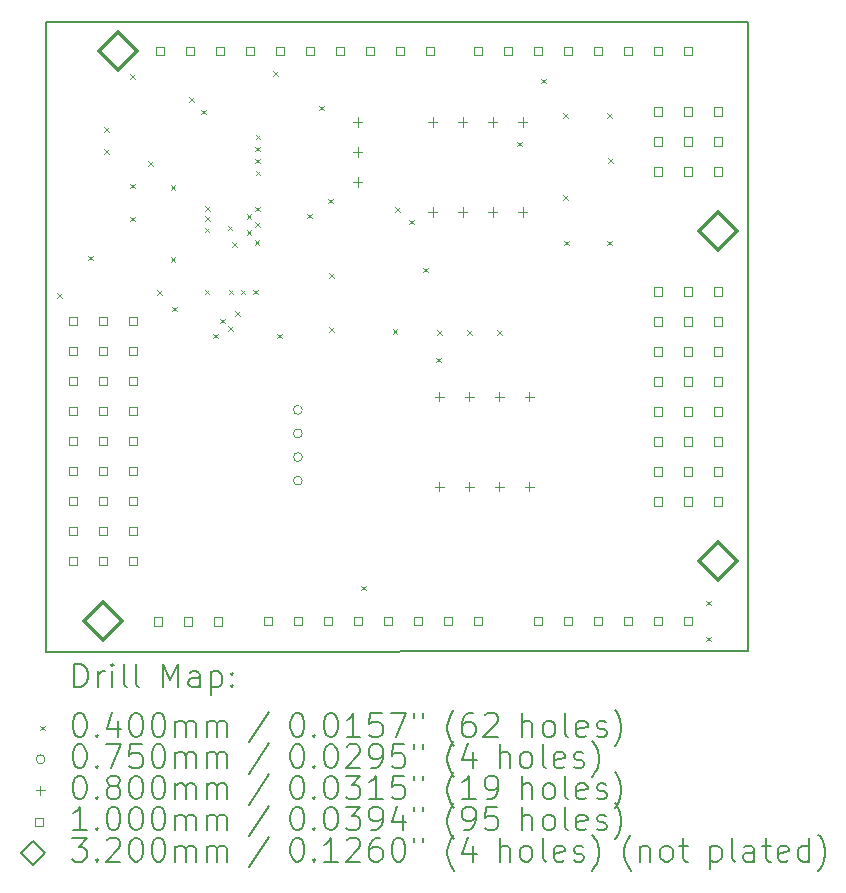
<source format=gbr>
%TF.GenerationSoftware,KiCad,Pcbnew,(7.0.0-0)*%
%TF.CreationDate,2023-06-27T20:16:11+01:00*%
%TF.ProjectId,ArdynoMon,41726479-6e6f-44d6-9f6e-2e6b69636164,Rev 3.5*%
%TF.SameCoordinates,Original*%
%TF.FileFunction,Drillmap*%
%TF.FilePolarity,Positive*%
%FSLAX45Y45*%
G04 Gerber Fmt 4.5, Leading zero omitted, Abs format (unit mm)*
G04 Created by KiCad (PCBNEW (7.0.0-0)) date 2023-06-27 20:16:11*
%MOMM*%
%LPD*%
G01*
G04 APERTURE LIST*
%ADD10C,0.150000*%
%ADD11C,0.200000*%
%ADD12C,0.040000*%
%ADD13C,0.075000*%
%ADD14C,0.080000*%
%ADD15C,0.100000*%
%ADD16C,0.320000*%
G04 APERTURE END LIST*
D10*
X11938000Y-12954000D02*
X11938000Y-7626000D01*
X11938000Y-7626000D02*
X5994400Y-7626000D01*
X5994400Y-12960000D02*
X11938000Y-12954000D01*
X5994400Y-7626000D02*
X5994400Y-12960000D01*
D11*
D12*
X6091240Y-9926640D02*
X6131240Y-9966640D01*
X6131240Y-9926640D02*
X6091240Y-9966640D01*
X6355400Y-9606600D02*
X6395400Y-9646600D01*
X6395400Y-9606600D02*
X6355400Y-9646600D01*
X6486180Y-8517700D02*
X6526180Y-8557700D01*
X6526180Y-8517700D02*
X6486180Y-8557700D01*
X6486180Y-8705660D02*
X6526180Y-8745660D01*
X6526180Y-8705660D02*
X6486180Y-8745660D01*
X6711000Y-8069900D02*
X6751000Y-8109900D01*
X6751000Y-8069900D02*
X6711000Y-8109900D01*
X6711000Y-8997000D02*
X6751000Y-9037000D01*
X6751000Y-8997000D02*
X6711000Y-9037000D01*
X6711000Y-9276400D02*
X6751000Y-9316400D01*
X6751000Y-9276400D02*
X6711000Y-9316400D01*
X6863400Y-8806500D02*
X6903400Y-8846500D01*
X6903400Y-8806500D02*
X6863400Y-8846500D01*
X6939600Y-9896160D02*
X6979600Y-9936160D01*
X6979600Y-9896160D02*
X6939600Y-9936160D01*
X7050060Y-9010460D02*
X7090060Y-9050460D01*
X7090060Y-9010460D02*
X7050060Y-9050460D01*
X7050060Y-9620060D02*
X7090060Y-9660060D01*
X7090060Y-9620060D02*
X7050060Y-9660060D01*
X7066600Y-10038400D02*
X7106600Y-10078400D01*
X7106600Y-10038400D02*
X7066600Y-10078400D01*
X7206560Y-8263320D02*
X7246560Y-8303320D01*
X7246560Y-8263320D02*
X7206560Y-8303320D01*
X7309140Y-8370000D02*
X7349140Y-8410000D01*
X7349140Y-8370000D02*
X7309140Y-8410000D01*
X7338640Y-9370760D02*
X7378640Y-9410760D01*
X7378640Y-9370760D02*
X7338640Y-9410760D01*
X7338640Y-9894000D02*
X7378640Y-9934000D01*
X7378640Y-9894000D02*
X7338640Y-9934000D01*
X7343720Y-9187880D02*
X7383720Y-9227880D01*
X7383720Y-9187880D02*
X7343720Y-9227880D01*
X7343720Y-9274240D02*
X7383720Y-9314240D01*
X7383720Y-9274240D02*
X7343720Y-9314240D01*
X7409500Y-10267000D02*
X7449500Y-10307000D01*
X7449500Y-10267000D02*
X7409500Y-10307000D01*
X7473000Y-10140000D02*
X7513000Y-10180000D01*
X7513000Y-10140000D02*
X7473000Y-10180000D01*
X7533960Y-9352600D02*
X7573960Y-9392600D01*
X7573960Y-9352600D02*
X7533960Y-9392600D01*
X7536500Y-10203500D02*
X7576500Y-10243500D01*
X7576500Y-10203500D02*
X7536500Y-10243500D01*
X7541840Y-9894000D02*
X7581840Y-9934000D01*
X7581840Y-9894000D02*
X7541840Y-9934000D01*
X7574600Y-9489760D02*
X7614600Y-9529760D01*
X7614600Y-9489760D02*
X7574600Y-9529760D01*
X7600000Y-10076500D02*
X7640000Y-10116500D01*
X7640000Y-10076500D02*
X7600000Y-10116500D01*
X7643440Y-9894000D02*
X7683440Y-9934000D01*
X7683440Y-9894000D02*
X7643440Y-9934000D01*
X7694240Y-9253920D02*
X7734240Y-9293920D01*
X7734240Y-9253920D02*
X7694240Y-9293920D01*
X7694240Y-9391080D02*
X7734240Y-9431080D01*
X7734240Y-9391080D02*
X7694240Y-9431080D01*
X7750120Y-9894000D02*
X7790120Y-9934000D01*
X7790120Y-9894000D02*
X7750120Y-9934000D01*
X7762560Y-9474520D02*
X7802560Y-9514520D01*
X7802560Y-9474520D02*
X7762560Y-9514520D01*
X7765360Y-9192960D02*
X7805360Y-9232960D01*
X7805360Y-9192960D02*
X7765360Y-9232960D01*
X7765360Y-9325040D02*
X7805360Y-9365040D01*
X7805360Y-9325040D02*
X7765360Y-9365040D01*
X7766340Y-8684960D02*
X7806340Y-8724960D01*
X7806340Y-8684960D02*
X7766340Y-8724960D01*
X7766340Y-8786560D02*
X7806340Y-8826560D01*
X7806340Y-8786560D02*
X7766340Y-8826560D01*
X7770440Y-8583360D02*
X7810440Y-8623360D01*
X7810440Y-8583360D02*
X7770440Y-8623360D01*
X7770440Y-8888160D02*
X7810440Y-8928160D01*
X7810440Y-8888160D02*
X7770440Y-8928160D01*
X7917500Y-8044500D02*
X7957500Y-8084500D01*
X7957500Y-8044500D02*
X7917500Y-8084500D01*
X7955600Y-10267000D02*
X7995600Y-10307000D01*
X7995600Y-10267000D02*
X7955600Y-10307000D01*
X8209600Y-9251000D02*
X8249600Y-9291000D01*
X8249600Y-9251000D02*
X8209600Y-9291000D01*
X8311200Y-8336600D02*
X8351200Y-8376600D01*
X8351200Y-8336600D02*
X8311200Y-8376600D01*
X8387400Y-9124000D02*
X8427400Y-9164000D01*
X8427400Y-9124000D02*
X8387400Y-9164000D01*
X8390300Y-9755980D02*
X8430300Y-9795980D01*
X8430300Y-9755980D02*
X8390300Y-9795980D01*
X8390300Y-10213180D02*
X8430300Y-10253180D01*
X8430300Y-10213180D02*
X8390300Y-10253180D01*
X8666800Y-12400600D02*
X8706800Y-12440600D01*
X8706800Y-12400600D02*
X8666800Y-12440600D01*
X8931200Y-10230880D02*
X8971200Y-10270880D01*
X8971200Y-10230880D02*
X8931200Y-10270880D01*
X8949100Y-9197180D02*
X8989100Y-9237180D01*
X8989100Y-9197180D02*
X8949100Y-9237180D01*
X9073200Y-9301800D02*
X9113200Y-9341800D01*
X9113200Y-9301800D02*
X9073200Y-9341800D01*
X9187500Y-9708200D02*
X9227500Y-9748200D01*
X9227500Y-9708200D02*
X9187500Y-9748200D01*
X9301800Y-10470200D02*
X9341800Y-10510200D01*
X9341800Y-10470200D02*
X9301800Y-10510200D01*
X9304700Y-10238580D02*
X9344700Y-10278580D01*
X9344700Y-10238580D02*
X9304700Y-10278580D01*
X9558700Y-10238580D02*
X9598700Y-10278580D01*
X9598700Y-10238580D02*
X9558700Y-10278580D01*
X9812700Y-10238580D02*
X9852700Y-10278580D01*
X9852700Y-10238580D02*
X9812700Y-10278580D01*
X9987600Y-8641400D02*
X10027600Y-8681400D01*
X10027600Y-8641400D02*
X9987600Y-8681400D01*
X10190800Y-8108000D02*
X10230800Y-8148000D01*
X10230800Y-8108000D02*
X10190800Y-8148000D01*
X10374445Y-8397985D02*
X10414445Y-8437985D01*
X10414445Y-8397985D02*
X10374445Y-8437985D01*
X10374445Y-9096485D02*
X10414445Y-9136485D01*
X10414445Y-9096485D02*
X10374445Y-9136485D01*
X10381300Y-9479600D02*
X10421300Y-9519600D01*
X10421300Y-9479600D02*
X10381300Y-9519600D01*
X10749600Y-8400100D02*
X10789600Y-8440100D01*
X10789600Y-8400100D02*
X10749600Y-8440100D01*
X10749600Y-9479600D02*
X10789600Y-9519600D01*
X10789600Y-9479600D02*
X10749600Y-9519600D01*
X10755445Y-8778985D02*
X10795445Y-8818985D01*
X10795445Y-8778985D02*
X10755445Y-8818985D01*
X11587800Y-12527600D02*
X11627800Y-12567600D01*
X11627800Y-12527600D02*
X11587800Y-12567600D01*
X11587800Y-12832400D02*
X11627800Y-12872400D01*
X11627800Y-12832400D02*
X11587800Y-12872400D01*
D13*
X8165500Y-10912500D02*
G75*
G03*
X8165500Y-10912500I-37500J0D01*
G01*
X8165500Y-11112500D02*
G75*
G03*
X8165500Y-11112500I-37500J0D01*
G01*
X8165500Y-11312500D02*
G75*
G03*
X8165500Y-11312500I-37500J0D01*
G01*
X8165500Y-11512500D02*
G75*
G03*
X8165500Y-11512500I-37500J0D01*
G01*
D14*
X8633700Y-8434380D02*
X8633700Y-8514380D01*
X8593700Y-8474380D02*
X8673700Y-8474380D01*
X8633700Y-8688380D02*
X8633700Y-8768380D01*
X8593700Y-8728380D02*
X8673700Y-8728380D01*
X8633700Y-8942380D02*
X8633700Y-9022380D01*
X8593700Y-8982380D02*
X8673700Y-8982380D01*
X9268700Y-8434380D02*
X9268700Y-8514380D01*
X9228700Y-8474380D02*
X9308700Y-8474380D01*
X9268700Y-9196380D02*
X9268700Y-9276380D01*
X9228700Y-9236380D02*
X9308700Y-9236380D01*
X9325600Y-10760000D02*
X9325600Y-10840000D01*
X9285600Y-10800000D02*
X9365600Y-10800000D01*
X9325600Y-11522000D02*
X9325600Y-11602000D01*
X9285600Y-11562000D02*
X9365600Y-11562000D01*
X9522700Y-8434380D02*
X9522700Y-8514380D01*
X9482700Y-8474380D02*
X9562700Y-8474380D01*
X9522700Y-9196380D02*
X9522700Y-9276380D01*
X9482700Y-9236380D02*
X9562700Y-9236380D01*
X9579600Y-10760000D02*
X9579600Y-10840000D01*
X9539600Y-10800000D02*
X9619600Y-10800000D01*
X9579600Y-11522000D02*
X9579600Y-11602000D01*
X9539600Y-11562000D02*
X9619600Y-11562000D01*
X9776700Y-8434380D02*
X9776700Y-8514380D01*
X9736700Y-8474380D02*
X9816700Y-8474380D01*
X9776700Y-9196380D02*
X9776700Y-9276380D01*
X9736700Y-9236380D02*
X9816700Y-9236380D01*
X9833600Y-10760000D02*
X9833600Y-10840000D01*
X9793600Y-10800000D02*
X9873600Y-10800000D01*
X9833600Y-11522000D02*
X9833600Y-11602000D01*
X9793600Y-11562000D02*
X9873600Y-11562000D01*
X10030700Y-8434380D02*
X10030700Y-8514380D01*
X9990700Y-8474380D02*
X10070700Y-8474380D01*
X10030700Y-9196380D02*
X10030700Y-9276380D01*
X9990700Y-9236380D02*
X10070700Y-9236380D01*
X10087600Y-10760000D02*
X10087600Y-10840000D01*
X10047600Y-10800000D02*
X10127600Y-10800000D01*
X10087600Y-11522000D02*
X10087600Y-11602000D01*
X10047600Y-11562000D02*
X10127600Y-11562000D01*
D15*
X6258356Y-10449356D02*
X6258356Y-10378644D01*
X6187644Y-10378644D01*
X6187644Y-10449356D01*
X6258356Y-10449356D01*
X6258356Y-11211356D02*
X6258356Y-11140644D01*
X6187644Y-11140644D01*
X6187644Y-11211356D01*
X6258356Y-11211356D01*
X6258356Y-11465356D02*
X6258356Y-11394644D01*
X6187644Y-11394644D01*
X6187644Y-11465356D01*
X6258356Y-11465356D01*
X6258356Y-12227356D02*
X6258356Y-12156644D01*
X6187644Y-12156644D01*
X6187644Y-12227356D01*
X6258356Y-12227356D01*
X6259856Y-10195356D02*
X6259856Y-10124644D01*
X6189144Y-10124644D01*
X6189144Y-10195356D01*
X6259856Y-10195356D01*
X6259856Y-10703356D02*
X6259856Y-10632644D01*
X6189144Y-10632644D01*
X6189144Y-10703356D01*
X6259856Y-10703356D01*
X6259856Y-10957356D02*
X6259856Y-10886644D01*
X6189144Y-10886644D01*
X6189144Y-10957356D01*
X6259856Y-10957356D01*
X6259856Y-11719356D02*
X6259856Y-11648644D01*
X6189144Y-11648644D01*
X6189144Y-11719356D01*
X6259856Y-11719356D01*
X6259856Y-11973356D02*
X6259856Y-11902644D01*
X6189144Y-11902644D01*
X6189144Y-11973356D01*
X6259856Y-11973356D01*
X6512356Y-10449356D02*
X6512356Y-10378644D01*
X6441644Y-10378644D01*
X6441644Y-10449356D01*
X6512356Y-10449356D01*
X6512356Y-11211356D02*
X6512356Y-11140644D01*
X6441644Y-11140644D01*
X6441644Y-11211356D01*
X6512356Y-11211356D01*
X6512356Y-11465356D02*
X6512356Y-11394644D01*
X6441644Y-11394644D01*
X6441644Y-11465356D01*
X6512356Y-11465356D01*
X6512356Y-12227356D02*
X6512356Y-12156644D01*
X6441644Y-12156644D01*
X6441644Y-12227356D01*
X6512356Y-12227356D01*
X6513856Y-10195356D02*
X6513856Y-10124644D01*
X6443144Y-10124644D01*
X6443144Y-10195356D01*
X6513856Y-10195356D01*
X6513856Y-10703356D02*
X6513856Y-10632644D01*
X6443144Y-10632644D01*
X6443144Y-10703356D01*
X6513856Y-10703356D01*
X6513856Y-10957356D02*
X6513856Y-10886644D01*
X6443144Y-10886644D01*
X6443144Y-10957356D01*
X6513856Y-10957356D01*
X6513856Y-11719356D02*
X6513856Y-11648644D01*
X6443144Y-11648644D01*
X6443144Y-11719356D01*
X6513856Y-11719356D01*
X6513856Y-11973356D02*
X6513856Y-11902644D01*
X6443144Y-11902644D01*
X6443144Y-11973356D01*
X6513856Y-11973356D01*
X6766356Y-10449356D02*
X6766356Y-10378644D01*
X6695644Y-10378644D01*
X6695644Y-10449356D01*
X6766356Y-10449356D01*
X6766356Y-11211356D02*
X6766356Y-11140644D01*
X6695644Y-11140644D01*
X6695644Y-11211356D01*
X6766356Y-11211356D01*
X6766356Y-11465356D02*
X6766356Y-11394644D01*
X6695644Y-11394644D01*
X6695644Y-11465356D01*
X6766356Y-11465356D01*
X6766356Y-12227356D02*
X6766356Y-12156644D01*
X6695644Y-12156644D01*
X6695644Y-12227356D01*
X6766356Y-12227356D01*
X6767856Y-10195356D02*
X6767856Y-10124644D01*
X6697144Y-10124644D01*
X6697144Y-10195356D01*
X6767856Y-10195356D01*
X6767856Y-10703356D02*
X6767856Y-10632644D01*
X6697144Y-10632644D01*
X6697144Y-10703356D01*
X6767856Y-10703356D01*
X6767856Y-10957356D02*
X6767856Y-10886644D01*
X6697144Y-10886644D01*
X6697144Y-10957356D01*
X6767856Y-10957356D01*
X6767856Y-11719356D02*
X6767856Y-11648644D01*
X6697144Y-11648644D01*
X6697144Y-11719356D01*
X6767856Y-11719356D01*
X6767856Y-11973356D02*
X6767856Y-11902644D01*
X6697144Y-11902644D01*
X6697144Y-11973356D01*
X6767856Y-11973356D01*
X6981656Y-12741356D02*
X6981656Y-12670644D01*
X6910944Y-12670644D01*
X6910944Y-12741356D01*
X6981656Y-12741356D01*
X6994956Y-7909356D02*
X6994956Y-7838644D01*
X6924244Y-7838644D01*
X6924244Y-7909356D01*
X6994956Y-7909356D01*
X7235656Y-12741356D02*
X7235656Y-12670644D01*
X7164944Y-12670644D01*
X7164944Y-12741356D01*
X7235656Y-12741356D01*
X7248956Y-7909356D02*
X7248956Y-7838644D01*
X7178244Y-7838644D01*
X7178244Y-7909356D01*
X7248956Y-7909356D01*
X7489656Y-12741356D02*
X7489656Y-12670644D01*
X7418944Y-12670644D01*
X7418944Y-12741356D01*
X7489656Y-12741356D01*
X7502956Y-7909356D02*
X7502956Y-7838644D01*
X7432244Y-7838644D01*
X7432244Y-7909356D01*
X7502956Y-7909356D01*
X7756956Y-7909356D02*
X7756956Y-7838644D01*
X7686244Y-7838644D01*
X7686244Y-7909356D01*
X7756956Y-7909356D01*
X7909356Y-12735356D02*
X7909356Y-12664644D01*
X7838644Y-12664644D01*
X7838644Y-12735356D01*
X7909356Y-12735356D01*
X8010956Y-7909356D02*
X8010956Y-7838644D01*
X7940244Y-7838644D01*
X7940244Y-7909356D01*
X8010956Y-7909356D01*
X8163356Y-12735356D02*
X8163356Y-12664644D01*
X8092644Y-12664644D01*
X8092644Y-12735356D01*
X8163356Y-12735356D01*
X8264956Y-7909356D02*
X8264956Y-7838644D01*
X8194244Y-7838644D01*
X8194244Y-7909356D01*
X8264956Y-7909356D01*
X8417356Y-12735356D02*
X8417356Y-12664644D01*
X8346644Y-12664644D01*
X8346644Y-12735356D01*
X8417356Y-12735356D01*
X8518956Y-7909356D02*
X8518956Y-7838644D01*
X8448244Y-7838644D01*
X8448244Y-7909356D01*
X8518956Y-7909356D01*
X8671356Y-12735356D02*
X8671356Y-12664644D01*
X8600644Y-12664644D01*
X8600644Y-12735356D01*
X8671356Y-12735356D01*
X8772956Y-7909356D02*
X8772956Y-7838644D01*
X8702244Y-7838644D01*
X8702244Y-7909356D01*
X8772956Y-7909356D01*
X8925356Y-12735356D02*
X8925356Y-12664644D01*
X8854644Y-12664644D01*
X8854644Y-12735356D01*
X8925356Y-12735356D01*
X9026956Y-7909356D02*
X9026956Y-7838644D01*
X8956244Y-7838644D01*
X8956244Y-7909356D01*
X9026956Y-7909356D01*
X9179356Y-12735356D02*
X9179356Y-12664644D01*
X9108644Y-12664644D01*
X9108644Y-12735356D01*
X9179356Y-12735356D01*
X9280956Y-7909356D02*
X9280956Y-7838644D01*
X9210244Y-7838644D01*
X9210244Y-7909356D01*
X9280956Y-7909356D01*
X9433356Y-12735356D02*
X9433356Y-12664644D01*
X9362644Y-12664644D01*
X9362644Y-12735356D01*
X9433356Y-12735356D01*
X9687356Y-7909356D02*
X9687356Y-7838644D01*
X9616644Y-7838644D01*
X9616644Y-7909356D01*
X9687356Y-7909356D01*
X9687356Y-12735356D02*
X9687356Y-12664644D01*
X9616644Y-12664644D01*
X9616644Y-12735356D01*
X9687356Y-12735356D01*
X9941356Y-7909356D02*
X9941356Y-7838644D01*
X9870644Y-7838644D01*
X9870644Y-7909356D01*
X9941356Y-7909356D01*
X10195356Y-7909356D02*
X10195356Y-7838644D01*
X10124644Y-7838644D01*
X10124644Y-7909356D01*
X10195356Y-7909356D01*
X10195356Y-12735356D02*
X10195356Y-12664644D01*
X10124644Y-12664644D01*
X10124644Y-12735356D01*
X10195356Y-12735356D01*
X10449356Y-7909356D02*
X10449356Y-7838644D01*
X10378644Y-7838644D01*
X10378644Y-7909356D01*
X10449356Y-7909356D01*
X10449356Y-12735356D02*
X10449356Y-12664644D01*
X10378644Y-12664644D01*
X10378644Y-12735356D01*
X10449356Y-12735356D01*
X10703356Y-7909356D02*
X10703356Y-7838644D01*
X10632644Y-7838644D01*
X10632644Y-7909356D01*
X10703356Y-7909356D01*
X10703356Y-12735356D02*
X10703356Y-12664644D01*
X10632644Y-12664644D01*
X10632644Y-12735356D01*
X10703356Y-12735356D01*
X10957356Y-7909356D02*
X10957356Y-7838644D01*
X10886644Y-7838644D01*
X10886644Y-7909356D01*
X10957356Y-7909356D01*
X10957356Y-12735356D02*
X10957356Y-12664644D01*
X10886644Y-12664644D01*
X10886644Y-12735356D01*
X10957356Y-12735356D01*
X11211356Y-7909356D02*
X11211356Y-7838644D01*
X11140644Y-7838644D01*
X11140644Y-7909356D01*
X11211356Y-7909356D01*
X11211356Y-12735356D02*
X11211356Y-12664644D01*
X11140644Y-12664644D01*
X11140644Y-12735356D01*
X11211356Y-12735356D01*
X11214156Y-8423356D02*
X11214156Y-8352644D01*
X11143444Y-8352644D01*
X11143444Y-8423356D01*
X11214156Y-8423356D01*
X11214156Y-8677356D02*
X11214156Y-8606644D01*
X11143444Y-8606644D01*
X11143444Y-8677356D01*
X11214156Y-8677356D01*
X11214156Y-8931356D02*
X11214156Y-8860644D01*
X11143444Y-8860644D01*
X11143444Y-8931356D01*
X11214156Y-8931356D01*
X11214156Y-9947356D02*
X11214156Y-9876644D01*
X11143444Y-9876644D01*
X11143444Y-9947356D01*
X11214156Y-9947356D01*
X11214156Y-10201356D02*
X11214156Y-10130644D01*
X11143444Y-10130644D01*
X11143444Y-10201356D01*
X11214156Y-10201356D01*
X11214156Y-10455356D02*
X11214156Y-10384644D01*
X11143444Y-10384644D01*
X11143444Y-10455356D01*
X11214156Y-10455356D01*
X11214156Y-10709356D02*
X11214156Y-10638644D01*
X11143444Y-10638644D01*
X11143444Y-10709356D01*
X11214156Y-10709356D01*
X11214156Y-10963356D02*
X11214156Y-10892644D01*
X11143444Y-10892644D01*
X11143444Y-10963356D01*
X11214156Y-10963356D01*
X11214156Y-11217356D02*
X11214156Y-11146644D01*
X11143444Y-11146644D01*
X11143444Y-11217356D01*
X11214156Y-11217356D01*
X11214156Y-11471356D02*
X11214156Y-11400644D01*
X11143444Y-11400644D01*
X11143444Y-11471356D01*
X11214156Y-11471356D01*
X11214156Y-11725356D02*
X11214156Y-11654644D01*
X11143444Y-11654644D01*
X11143444Y-11725356D01*
X11214156Y-11725356D01*
X11465356Y-7909356D02*
X11465356Y-7838644D01*
X11394644Y-7838644D01*
X11394644Y-7909356D01*
X11465356Y-7909356D01*
X11465356Y-12735356D02*
X11465356Y-12664644D01*
X11394644Y-12664644D01*
X11394644Y-12735356D01*
X11465356Y-12735356D01*
X11468156Y-8423356D02*
X11468156Y-8352644D01*
X11397444Y-8352644D01*
X11397444Y-8423356D01*
X11468156Y-8423356D01*
X11468156Y-8677356D02*
X11468156Y-8606644D01*
X11397444Y-8606644D01*
X11397444Y-8677356D01*
X11468156Y-8677356D01*
X11468156Y-8931356D02*
X11468156Y-8860644D01*
X11397444Y-8860644D01*
X11397444Y-8931356D01*
X11468156Y-8931356D01*
X11468156Y-9947356D02*
X11468156Y-9876644D01*
X11397444Y-9876644D01*
X11397444Y-9947356D01*
X11468156Y-9947356D01*
X11468156Y-10201356D02*
X11468156Y-10130644D01*
X11397444Y-10130644D01*
X11397444Y-10201356D01*
X11468156Y-10201356D01*
X11468156Y-10455356D02*
X11468156Y-10384644D01*
X11397444Y-10384644D01*
X11397444Y-10455356D01*
X11468156Y-10455356D01*
X11468156Y-10709356D02*
X11468156Y-10638644D01*
X11397444Y-10638644D01*
X11397444Y-10709356D01*
X11468156Y-10709356D01*
X11468156Y-10963356D02*
X11468156Y-10892644D01*
X11397444Y-10892644D01*
X11397444Y-10963356D01*
X11468156Y-10963356D01*
X11468156Y-11217356D02*
X11468156Y-11146644D01*
X11397444Y-11146644D01*
X11397444Y-11217356D01*
X11468156Y-11217356D01*
X11468156Y-11471356D02*
X11468156Y-11400644D01*
X11397444Y-11400644D01*
X11397444Y-11471356D01*
X11468156Y-11471356D01*
X11468156Y-11725356D02*
X11468156Y-11654644D01*
X11397444Y-11654644D01*
X11397444Y-11725356D01*
X11468156Y-11725356D01*
X11722156Y-8423356D02*
X11722156Y-8352644D01*
X11651444Y-8352644D01*
X11651444Y-8423356D01*
X11722156Y-8423356D01*
X11722156Y-8677356D02*
X11722156Y-8606644D01*
X11651444Y-8606644D01*
X11651444Y-8677356D01*
X11722156Y-8677356D01*
X11722156Y-8931356D02*
X11722156Y-8860644D01*
X11651444Y-8860644D01*
X11651444Y-8931356D01*
X11722156Y-8931356D01*
X11722156Y-9947356D02*
X11722156Y-9876644D01*
X11651444Y-9876644D01*
X11651444Y-9947356D01*
X11722156Y-9947356D01*
X11722156Y-10201356D02*
X11722156Y-10130644D01*
X11651444Y-10130644D01*
X11651444Y-10201356D01*
X11722156Y-10201356D01*
X11722156Y-10455356D02*
X11722156Y-10384644D01*
X11651444Y-10384644D01*
X11651444Y-10455356D01*
X11722156Y-10455356D01*
X11722156Y-10709356D02*
X11722156Y-10638644D01*
X11651444Y-10638644D01*
X11651444Y-10709356D01*
X11722156Y-10709356D01*
X11722156Y-10963356D02*
X11722156Y-10892644D01*
X11651444Y-10892644D01*
X11651444Y-10963356D01*
X11722156Y-10963356D01*
X11722156Y-11217356D02*
X11722156Y-11146644D01*
X11651444Y-11146644D01*
X11651444Y-11217356D01*
X11722156Y-11217356D01*
X11722156Y-11471356D02*
X11722156Y-11400644D01*
X11651444Y-11400644D01*
X11651444Y-11471356D01*
X11722156Y-11471356D01*
X11722156Y-11725356D02*
X11722156Y-11654644D01*
X11651444Y-11654644D01*
X11651444Y-11725356D01*
X11722156Y-11725356D01*
D16*
X6477000Y-12860000D02*
X6637000Y-12700000D01*
X6477000Y-12540000D01*
X6317000Y-12700000D01*
X6477000Y-12860000D01*
X6604000Y-8034000D02*
X6764000Y-7874000D01*
X6604000Y-7714000D01*
X6444000Y-7874000D01*
X6604000Y-8034000D01*
X11684000Y-9558000D02*
X11844000Y-9398000D01*
X11684000Y-9238000D01*
X11524000Y-9398000D01*
X11684000Y-9558000D01*
X11684000Y-12352000D02*
X11844000Y-12192000D01*
X11684000Y-12032000D01*
X11524000Y-12192000D01*
X11684000Y-12352000D01*
D11*
X6234519Y-13260976D02*
X6234519Y-13060976D01*
X6234519Y-13060976D02*
X6282138Y-13060976D01*
X6282138Y-13060976D02*
X6310709Y-13070500D01*
X6310709Y-13070500D02*
X6329757Y-13089548D01*
X6329757Y-13089548D02*
X6339281Y-13108595D01*
X6339281Y-13108595D02*
X6348805Y-13146690D01*
X6348805Y-13146690D02*
X6348805Y-13175262D01*
X6348805Y-13175262D02*
X6339281Y-13213357D01*
X6339281Y-13213357D02*
X6329757Y-13232405D01*
X6329757Y-13232405D02*
X6310709Y-13251452D01*
X6310709Y-13251452D02*
X6282138Y-13260976D01*
X6282138Y-13260976D02*
X6234519Y-13260976D01*
X6434519Y-13260976D02*
X6434519Y-13127643D01*
X6434519Y-13165738D02*
X6444043Y-13146690D01*
X6444043Y-13146690D02*
X6453567Y-13137167D01*
X6453567Y-13137167D02*
X6472614Y-13127643D01*
X6472614Y-13127643D02*
X6491662Y-13127643D01*
X6558328Y-13260976D02*
X6558328Y-13127643D01*
X6558328Y-13060976D02*
X6548805Y-13070500D01*
X6548805Y-13070500D02*
X6558328Y-13080024D01*
X6558328Y-13080024D02*
X6567852Y-13070500D01*
X6567852Y-13070500D02*
X6558328Y-13060976D01*
X6558328Y-13060976D02*
X6558328Y-13080024D01*
X6682138Y-13260976D02*
X6663090Y-13251452D01*
X6663090Y-13251452D02*
X6653567Y-13232405D01*
X6653567Y-13232405D02*
X6653567Y-13060976D01*
X6786900Y-13260976D02*
X6767852Y-13251452D01*
X6767852Y-13251452D02*
X6758328Y-13232405D01*
X6758328Y-13232405D02*
X6758328Y-13060976D01*
X6983090Y-13260976D02*
X6983090Y-13060976D01*
X6983090Y-13060976D02*
X7049757Y-13203833D01*
X7049757Y-13203833D02*
X7116424Y-13060976D01*
X7116424Y-13060976D02*
X7116424Y-13260976D01*
X7297376Y-13260976D02*
X7297376Y-13156214D01*
X7297376Y-13156214D02*
X7287852Y-13137167D01*
X7287852Y-13137167D02*
X7268805Y-13127643D01*
X7268805Y-13127643D02*
X7230709Y-13127643D01*
X7230709Y-13127643D02*
X7211662Y-13137167D01*
X7297376Y-13251452D02*
X7278328Y-13260976D01*
X7278328Y-13260976D02*
X7230709Y-13260976D01*
X7230709Y-13260976D02*
X7211662Y-13251452D01*
X7211662Y-13251452D02*
X7202138Y-13232405D01*
X7202138Y-13232405D02*
X7202138Y-13213357D01*
X7202138Y-13213357D02*
X7211662Y-13194309D01*
X7211662Y-13194309D02*
X7230709Y-13184786D01*
X7230709Y-13184786D02*
X7278328Y-13184786D01*
X7278328Y-13184786D02*
X7297376Y-13175262D01*
X7392614Y-13127643D02*
X7392614Y-13327643D01*
X7392614Y-13137167D02*
X7411662Y-13127643D01*
X7411662Y-13127643D02*
X7449757Y-13127643D01*
X7449757Y-13127643D02*
X7468805Y-13137167D01*
X7468805Y-13137167D02*
X7478328Y-13146690D01*
X7478328Y-13146690D02*
X7487852Y-13165738D01*
X7487852Y-13165738D02*
X7487852Y-13222881D01*
X7487852Y-13222881D02*
X7478328Y-13241928D01*
X7478328Y-13241928D02*
X7468805Y-13251452D01*
X7468805Y-13251452D02*
X7449757Y-13260976D01*
X7449757Y-13260976D02*
X7411662Y-13260976D01*
X7411662Y-13260976D02*
X7392614Y-13251452D01*
X7573567Y-13241928D02*
X7583090Y-13251452D01*
X7583090Y-13251452D02*
X7573567Y-13260976D01*
X7573567Y-13260976D02*
X7564043Y-13251452D01*
X7564043Y-13251452D02*
X7573567Y-13241928D01*
X7573567Y-13241928D02*
X7573567Y-13260976D01*
X7573567Y-13137167D02*
X7583090Y-13146690D01*
X7583090Y-13146690D02*
X7573567Y-13156214D01*
X7573567Y-13156214D02*
X7564043Y-13146690D01*
X7564043Y-13146690D02*
X7573567Y-13137167D01*
X7573567Y-13137167D02*
X7573567Y-13156214D01*
D12*
X5946900Y-13587500D02*
X5986900Y-13627500D01*
X5986900Y-13587500D02*
X5946900Y-13627500D01*
D11*
X6272614Y-13480976D02*
X6291662Y-13480976D01*
X6291662Y-13480976D02*
X6310709Y-13490500D01*
X6310709Y-13490500D02*
X6320233Y-13500024D01*
X6320233Y-13500024D02*
X6329757Y-13519071D01*
X6329757Y-13519071D02*
X6339281Y-13557167D01*
X6339281Y-13557167D02*
X6339281Y-13604786D01*
X6339281Y-13604786D02*
X6329757Y-13642881D01*
X6329757Y-13642881D02*
X6320233Y-13661928D01*
X6320233Y-13661928D02*
X6310709Y-13671452D01*
X6310709Y-13671452D02*
X6291662Y-13680976D01*
X6291662Y-13680976D02*
X6272614Y-13680976D01*
X6272614Y-13680976D02*
X6253567Y-13671452D01*
X6253567Y-13671452D02*
X6244043Y-13661928D01*
X6244043Y-13661928D02*
X6234519Y-13642881D01*
X6234519Y-13642881D02*
X6224995Y-13604786D01*
X6224995Y-13604786D02*
X6224995Y-13557167D01*
X6224995Y-13557167D02*
X6234519Y-13519071D01*
X6234519Y-13519071D02*
X6244043Y-13500024D01*
X6244043Y-13500024D02*
X6253567Y-13490500D01*
X6253567Y-13490500D02*
X6272614Y-13480976D01*
X6424995Y-13661928D02*
X6434519Y-13671452D01*
X6434519Y-13671452D02*
X6424995Y-13680976D01*
X6424995Y-13680976D02*
X6415471Y-13671452D01*
X6415471Y-13671452D02*
X6424995Y-13661928D01*
X6424995Y-13661928D02*
X6424995Y-13680976D01*
X6605948Y-13547643D02*
X6605948Y-13680976D01*
X6558328Y-13471452D02*
X6510709Y-13614309D01*
X6510709Y-13614309D02*
X6634519Y-13614309D01*
X6748805Y-13480976D02*
X6767852Y-13480976D01*
X6767852Y-13480976D02*
X6786900Y-13490500D01*
X6786900Y-13490500D02*
X6796424Y-13500024D01*
X6796424Y-13500024D02*
X6805948Y-13519071D01*
X6805948Y-13519071D02*
X6815471Y-13557167D01*
X6815471Y-13557167D02*
X6815471Y-13604786D01*
X6815471Y-13604786D02*
X6805948Y-13642881D01*
X6805948Y-13642881D02*
X6796424Y-13661928D01*
X6796424Y-13661928D02*
X6786900Y-13671452D01*
X6786900Y-13671452D02*
X6767852Y-13680976D01*
X6767852Y-13680976D02*
X6748805Y-13680976D01*
X6748805Y-13680976D02*
X6729757Y-13671452D01*
X6729757Y-13671452D02*
X6720233Y-13661928D01*
X6720233Y-13661928D02*
X6710709Y-13642881D01*
X6710709Y-13642881D02*
X6701186Y-13604786D01*
X6701186Y-13604786D02*
X6701186Y-13557167D01*
X6701186Y-13557167D02*
X6710709Y-13519071D01*
X6710709Y-13519071D02*
X6720233Y-13500024D01*
X6720233Y-13500024D02*
X6729757Y-13490500D01*
X6729757Y-13490500D02*
X6748805Y-13480976D01*
X6939281Y-13480976D02*
X6958329Y-13480976D01*
X6958329Y-13480976D02*
X6977376Y-13490500D01*
X6977376Y-13490500D02*
X6986900Y-13500024D01*
X6986900Y-13500024D02*
X6996424Y-13519071D01*
X6996424Y-13519071D02*
X7005948Y-13557167D01*
X7005948Y-13557167D02*
X7005948Y-13604786D01*
X7005948Y-13604786D02*
X6996424Y-13642881D01*
X6996424Y-13642881D02*
X6986900Y-13661928D01*
X6986900Y-13661928D02*
X6977376Y-13671452D01*
X6977376Y-13671452D02*
X6958329Y-13680976D01*
X6958329Y-13680976D02*
X6939281Y-13680976D01*
X6939281Y-13680976D02*
X6920233Y-13671452D01*
X6920233Y-13671452D02*
X6910709Y-13661928D01*
X6910709Y-13661928D02*
X6901186Y-13642881D01*
X6901186Y-13642881D02*
X6891662Y-13604786D01*
X6891662Y-13604786D02*
X6891662Y-13557167D01*
X6891662Y-13557167D02*
X6901186Y-13519071D01*
X6901186Y-13519071D02*
X6910709Y-13500024D01*
X6910709Y-13500024D02*
X6920233Y-13490500D01*
X6920233Y-13490500D02*
X6939281Y-13480976D01*
X7091662Y-13680976D02*
X7091662Y-13547643D01*
X7091662Y-13566690D02*
X7101186Y-13557167D01*
X7101186Y-13557167D02*
X7120233Y-13547643D01*
X7120233Y-13547643D02*
X7148805Y-13547643D01*
X7148805Y-13547643D02*
X7167852Y-13557167D01*
X7167852Y-13557167D02*
X7177376Y-13576214D01*
X7177376Y-13576214D02*
X7177376Y-13680976D01*
X7177376Y-13576214D02*
X7186900Y-13557167D01*
X7186900Y-13557167D02*
X7205948Y-13547643D01*
X7205948Y-13547643D02*
X7234519Y-13547643D01*
X7234519Y-13547643D02*
X7253567Y-13557167D01*
X7253567Y-13557167D02*
X7263090Y-13576214D01*
X7263090Y-13576214D02*
X7263090Y-13680976D01*
X7358329Y-13680976D02*
X7358329Y-13547643D01*
X7358329Y-13566690D02*
X7367852Y-13557167D01*
X7367852Y-13557167D02*
X7386900Y-13547643D01*
X7386900Y-13547643D02*
X7415471Y-13547643D01*
X7415471Y-13547643D02*
X7434519Y-13557167D01*
X7434519Y-13557167D02*
X7444043Y-13576214D01*
X7444043Y-13576214D02*
X7444043Y-13680976D01*
X7444043Y-13576214D02*
X7453567Y-13557167D01*
X7453567Y-13557167D02*
X7472614Y-13547643D01*
X7472614Y-13547643D02*
X7501186Y-13547643D01*
X7501186Y-13547643D02*
X7520233Y-13557167D01*
X7520233Y-13557167D02*
X7529757Y-13576214D01*
X7529757Y-13576214D02*
X7529757Y-13680976D01*
X7887852Y-13471452D02*
X7716424Y-13728595D01*
X8112614Y-13480976D02*
X8131662Y-13480976D01*
X8131662Y-13480976D02*
X8150710Y-13490500D01*
X8150710Y-13490500D02*
X8160233Y-13500024D01*
X8160233Y-13500024D02*
X8169757Y-13519071D01*
X8169757Y-13519071D02*
X8179281Y-13557167D01*
X8179281Y-13557167D02*
X8179281Y-13604786D01*
X8179281Y-13604786D02*
X8169757Y-13642881D01*
X8169757Y-13642881D02*
X8160233Y-13661928D01*
X8160233Y-13661928D02*
X8150710Y-13671452D01*
X8150710Y-13671452D02*
X8131662Y-13680976D01*
X8131662Y-13680976D02*
X8112614Y-13680976D01*
X8112614Y-13680976D02*
X8093567Y-13671452D01*
X8093567Y-13671452D02*
X8084043Y-13661928D01*
X8084043Y-13661928D02*
X8074519Y-13642881D01*
X8074519Y-13642881D02*
X8064995Y-13604786D01*
X8064995Y-13604786D02*
X8064995Y-13557167D01*
X8064995Y-13557167D02*
X8074519Y-13519071D01*
X8074519Y-13519071D02*
X8084043Y-13500024D01*
X8084043Y-13500024D02*
X8093567Y-13490500D01*
X8093567Y-13490500D02*
X8112614Y-13480976D01*
X8264995Y-13661928D02*
X8274519Y-13671452D01*
X8274519Y-13671452D02*
X8264995Y-13680976D01*
X8264995Y-13680976D02*
X8255471Y-13671452D01*
X8255471Y-13671452D02*
X8264995Y-13661928D01*
X8264995Y-13661928D02*
X8264995Y-13680976D01*
X8398329Y-13480976D02*
X8417376Y-13480976D01*
X8417376Y-13480976D02*
X8436424Y-13490500D01*
X8436424Y-13490500D02*
X8445948Y-13500024D01*
X8445948Y-13500024D02*
X8455472Y-13519071D01*
X8455472Y-13519071D02*
X8464995Y-13557167D01*
X8464995Y-13557167D02*
X8464995Y-13604786D01*
X8464995Y-13604786D02*
X8455472Y-13642881D01*
X8455472Y-13642881D02*
X8445948Y-13661928D01*
X8445948Y-13661928D02*
X8436424Y-13671452D01*
X8436424Y-13671452D02*
X8417376Y-13680976D01*
X8417376Y-13680976D02*
X8398329Y-13680976D01*
X8398329Y-13680976D02*
X8379281Y-13671452D01*
X8379281Y-13671452D02*
X8369757Y-13661928D01*
X8369757Y-13661928D02*
X8360233Y-13642881D01*
X8360233Y-13642881D02*
X8350710Y-13604786D01*
X8350710Y-13604786D02*
X8350710Y-13557167D01*
X8350710Y-13557167D02*
X8360233Y-13519071D01*
X8360233Y-13519071D02*
X8369757Y-13500024D01*
X8369757Y-13500024D02*
X8379281Y-13490500D01*
X8379281Y-13490500D02*
X8398329Y-13480976D01*
X8655472Y-13680976D02*
X8541186Y-13680976D01*
X8598329Y-13680976D02*
X8598329Y-13480976D01*
X8598329Y-13480976D02*
X8579281Y-13509548D01*
X8579281Y-13509548D02*
X8560233Y-13528595D01*
X8560233Y-13528595D02*
X8541186Y-13538119D01*
X8836424Y-13480976D02*
X8741186Y-13480976D01*
X8741186Y-13480976D02*
X8731662Y-13576214D01*
X8731662Y-13576214D02*
X8741186Y-13566690D01*
X8741186Y-13566690D02*
X8760233Y-13557167D01*
X8760233Y-13557167D02*
X8807853Y-13557167D01*
X8807853Y-13557167D02*
X8826900Y-13566690D01*
X8826900Y-13566690D02*
X8836424Y-13576214D01*
X8836424Y-13576214D02*
X8845948Y-13595262D01*
X8845948Y-13595262D02*
X8845948Y-13642881D01*
X8845948Y-13642881D02*
X8836424Y-13661928D01*
X8836424Y-13661928D02*
X8826900Y-13671452D01*
X8826900Y-13671452D02*
X8807853Y-13680976D01*
X8807853Y-13680976D02*
X8760233Y-13680976D01*
X8760233Y-13680976D02*
X8741186Y-13671452D01*
X8741186Y-13671452D02*
X8731662Y-13661928D01*
X8912614Y-13480976D02*
X9045948Y-13480976D01*
X9045948Y-13480976D02*
X8960233Y-13680976D01*
X9112614Y-13480976D02*
X9112614Y-13519071D01*
X9188805Y-13480976D02*
X9188805Y-13519071D01*
X9451662Y-13757167D02*
X9442138Y-13747643D01*
X9442138Y-13747643D02*
X9423091Y-13719071D01*
X9423091Y-13719071D02*
X9413567Y-13700024D01*
X9413567Y-13700024D02*
X9404043Y-13671452D01*
X9404043Y-13671452D02*
X9394519Y-13623833D01*
X9394519Y-13623833D02*
X9394519Y-13585738D01*
X9394519Y-13585738D02*
X9404043Y-13538119D01*
X9404043Y-13538119D02*
X9413567Y-13509548D01*
X9413567Y-13509548D02*
X9423091Y-13490500D01*
X9423091Y-13490500D02*
X9442138Y-13461928D01*
X9442138Y-13461928D02*
X9451662Y-13452405D01*
X9613567Y-13480976D02*
X9575472Y-13480976D01*
X9575472Y-13480976D02*
X9556424Y-13490500D01*
X9556424Y-13490500D02*
X9546900Y-13500024D01*
X9546900Y-13500024D02*
X9527853Y-13528595D01*
X9527853Y-13528595D02*
X9518329Y-13566690D01*
X9518329Y-13566690D02*
X9518329Y-13642881D01*
X9518329Y-13642881D02*
X9527853Y-13661928D01*
X9527853Y-13661928D02*
X9537376Y-13671452D01*
X9537376Y-13671452D02*
X9556424Y-13680976D01*
X9556424Y-13680976D02*
X9594519Y-13680976D01*
X9594519Y-13680976D02*
X9613567Y-13671452D01*
X9613567Y-13671452D02*
X9623091Y-13661928D01*
X9623091Y-13661928D02*
X9632614Y-13642881D01*
X9632614Y-13642881D02*
X9632614Y-13595262D01*
X9632614Y-13595262D02*
X9623091Y-13576214D01*
X9623091Y-13576214D02*
X9613567Y-13566690D01*
X9613567Y-13566690D02*
X9594519Y-13557167D01*
X9594519Y-13557167D02*
X9556424Y-13557167D01*
X9556424Y-13557167D02*
X9537376Y-13566690D01*
X9537376Y-13566690D02*
X9527853Y-13576214D01*
X9527853Y-13576214D02*
X9518329Y-13595262D01*
X9708805Y-13500024D02*
X9718329Y-13490500D01*
X9718329Y-13490500D02*
X9737376Y-13480976D01*
X9737376Y-13480976D02*
X9784995Y-13480976D01*
X9784995Y-13480976D02*
X9804043Y-13490500D01*
X9804043Y-13490500D02*
X9813567Y-13500024D01*
X9813567Y-13500024D02*
X9823091Y-13519071D01*
X9823091Y-13519071D02*
X9823091Y-13538119D01*
X9823091Y-13538119D02*
X9813567Y-13566690D01*
X9813567Y-13566690D02*
X9699281Y-13680976D01*
X9699281Y-13680976D02*
X9823091Y-13680976D01*
X10028805Y-13680976D02*
X10028805Y-13480976D01*
X10114519Y-13680976D02*
X10114519Y-13576214D01*
X10114519Y-13576214D02*
X10104995Y-13557167D01*
X10104995Y-13557167D02*
X10085948Y-13547643D01*
X10085948Y-13547643D02*
X10057376Y-13547643D01*
X10057376Y-13547643D02*
X10038329Y-13557167D01*
X10038329Y-13557167D02*
X10028805Y-13566690D01*
X10238329Y-13680976D02*
X10219281Y-13671452D01*
X10219281Y-13671452D02*
X10209757Y-13661928D01*
X10209757Y-13661928D02*
X10200234Y-13642881D01*
X10200234Y-13642881D02*
X10200234Y-13585738D01*
X10200234Y-13585738D02*
X10209757Y-13566690D01*
X10209757Y-13566690D02*
X10219281Y-13557167D01*
X10219281Y-13557167D02*
X10238329Y-13547643D01*
X10238329Y-13547643D02*
X10266900Y-13547643D01*
X10266900Y-13547643D02*
X10285948Y-13557167D01*
X10285948Y-13557167D02*
X10295472Y-13566690D01*
X10295472Y-13566690D02*
X10304995Y-13585738D01*
X10304995Y-13585738D02*
X10304995Y-13642881D01*
X10304995Y-13642881D02*
X10295472Y-13661928D01*
X10295472Y-13661928D02*
X10285948Y-13671452D01*
X10285948Y-13671452D02*
X10266900Y-13680976D01*
X10266900Y-13680976D02*
X10238329Y-13680976D01*
X10419281Y-13680976D02*
X10400234Y-13671452D01*
X10400234Y-13671452D02*
X10390710Y-13652405D01*
X10390710Y-13652405D02*
X10390710Y-13480976D01*
X10571662Y-13671452D02*
X10552615Y-13680976D01*
X10552615Y-13680976D02*
X10514519Y-13680976D01*
X10514519Y-13680976D02*
X10495472Y-13671452D01*
X10495472Y-13671452D02*
X10485948Y-13652405D01*
X10485948Y-13652405D02*
X10485948Y-13576214D01*
X10485948Y-13576214D02*
X10495472Y-13557167D01*
X10495472Y-13557167D02*
X10514519Y-13547643D01*
X10514519Y-13547643D02*
X10552615Y-13547643D01*
X10552615Y-13547643D02*
X10571662Y-13557167D01*
X10571662Y-13557167D02*
X10581186Y-13576214D01*
X10581186Y-13576214D02*
X10581186Y-13595262D01*
X10581186Y-13595262D02*
X10485948Y-13614309D01*
X10657376Y-13671452D02*
X10676424Y-13680976D01*
X10676424Y-13680976D02*
X10714519Y-13680976D01*
X10714519Y-13680976D02*
X10733567Y-13671452D01*
X10733567Y-13671452D02*
X10743091Y-13652405D01*
X10743091Y-13652405D02*
X10743091Y-13642881D01*
X10743091Y-13642881D02*
X10733567Y-13623833D01*
X10733567Y-13623833D02*
X10714519Y-13614309D01*
X10714519Y-13614309D02*
X10685948Y-13614309D01*
X10685948Y-13614309D02*
X10666900Y-13604786D01*
X10666900Y-13604786D02*
X10657376Y-13585738D01*
X10657376Y-13585738D02*
X10657376Y-13576214D01*
X10657376Y-13576214D02*
X10666900Y-13557167D01*
X10666900Y-13557167D02*
X10685948Y-13547643D01*
X10685948Y-13547643D02*
X10714519Y-13547643D01*
X10714519Y-13547643D02*
X10733567Y-13557167D01*
X10809757Y-13757167D02*
X10819281Y-13747643D01*
X10819281Y-13747643D02*
X10838329Y-13719071D01*
X10838329Y-13719071D02*
X10847853Y-13700024D01*
X10847853Y-13700024D02*
X10857376Y-13671452D01*
X10857376Y-13671452D02*
X10866900Y-13623833D01*
X10866900Y-13623833D02*
X10866900Y-13585738D01*
X10866900Y-13585738D02*
X10857376Y-13538119D01*
X10857376Y-13538119D02*
X10847853Y-13509548D01*
X10847853Y-13509548D02*
X10838329Y-13490500D01*
X10838329Y-13490500D02*
X10819281Y-13461928D01*
X10819281Y-13461928D02*
X10809757Y-13452405D01*
D13*
X5986900Y-13871500D02*
G75*
G03*
X5986900Y-13871500I-37500J0D01*
G01*
D11*
X6272614Y-13744976D02*
X6291662Y-13744976D01*
X6291662Y-13744976D02*
X6310709Y-13754500D01*
X6310709Y-13754500D02*
X6320233Y-13764024D01*
X6320233Y-13764024D02*
X6329757Y-13783071D01*
X6329757Y-13783071D02*
X6339281Y-13821167D01*
X6339281Y-13821167D02*
X6339281Y-13868786D01*
X6339281Y-13868786D02*
X6329757Y-13906881D01*
X6329757Y-13906881D02*
X6320233Y-13925928D01*
X6320233Y-13925928D02*
X6310709Y-13935452D01*
X6310709Y-13935452D02*
X6291662Y-13944976D01*
X6291662Y-13944976D02*
X6272614Y-13944976D01*
X6272614Y-13944976D02*
X6253567Y-13935452D01*
X6253567Y-13935452D02*
X6244043Y-13925928D01*
X6244043Y-13925928D02*
X6234519Y-13906881D01*
X6234519Y-13906881D02*
X6224995Y-13868786D01*
X6224995Y-13868786D02*
X6224995Y-13821167D01*
X6224995Y-13821167D02*
X6234519Y-13783071D01*
X6234519Y-13783071D02*
X6244043Y-13764024D01*
X6244043Y-13764024D02*
X6253567Y-13754500D01*
X6253567Y-13754500D02*
X6272614Y-13744976D01*
X6424995Y-13925928D02*
X6434519Y-13935452D01*
X6434519Y-13935452D02*
X6424995Y-13944976D01*
X6424995Y-13944976D02*
X6415471Y-13935452D01*
X6415471Y-13935452D02*
X6424995Y-13925928D01*
X6424995Y-13925928D02*
X6424995Y-13944976D01*
X6501186Y-13744976D02*
X6634519Y-13744976D01*
X6634519Y-13744976D02*
X6548805Y-13944976D01*
X6805948Y-13744976D02*
X6710709Y-13744976D01*
X6710709Y-13744976D02*
X6701186Y-13840214D01*
X6701186Y-13840214D02*
X6710709Y-13830690D01*
X6710709Y-13830690D02*
X6729757Y-13821167D01*
X6729757Y-13821167D02*
X6777376Y-13821167D01*
X6777376Y-13821167D02*
X6796424Y-13830690D01*
X6796424Y-13830690D02*
X6805948Y-13840214D01*
X6805948Y-13840214D02*
X6815471Y-13859262D01*
X6815471Y-13859262D02*
X6815471Y-13906881D01*
X6815471Y-13906881D02*
X6805948Y-13925928D01*
X6805948Y-13925928D02*
X6796424Y-13935452D01*
X6796424Y-13935452D02*
X6777376Y-13944976D01*
X6777376Y-13944976D02*
X6729757Y-13944976D01*
X6729757Y-13944976D02*
X6710709Y-13935452D01*
X6710709Y-13935452D02*
X6701186Y-13925928D01*
X6939281Y-13744976D02*
X6958329Y-13744976D01*
X6958329Y-13744976D02*
X6977376Y-13754500D01*
X6977376Y-13754500D02*
X6986900Y-13764024D01*
X6986900Y-13764024D02*
X6996424Y-13783071D01*
X6996424Y-13783071D02*
X7005948Y-13821167D01*
X7005948Y-13821167D02*
X7005948Y-13868786D01*
X7005948Y-13868786D02*
X6996424Y-13906881D01*
X6996424Y-13906881D02*
X6986900Y-13925928D01*
X6986900Y-13925928D02*
X6977376Y-13935452D01*
X6977376Y-13935452D02*
X6958329Y-13944976D01*
X6958329Y-13944976D02*
X6939281Y-13944976D01*
X6939281Y-13944976D02*
X6920233Y-13935452D01*
X6920233Y-13935452D02*
X6910709Y-13925928D01*
X6910709Y-13925928D02*
X6901186Y-13906881D01*
X6901186Y-13906881D02*
X6891662Y-13868786D01*
X6891662Y-13868786D02*
X6891662Y-13821167D01*
X6891662Y-13821167D02*
X6901186Y-13783071D01*
X6901186Y-13783071D02*
X6910709Y-13764024D01*
X6910709Y-13764024D02*
X6920233Y-13754500D01*
X6920233Y-13754500D02*
X6939281Y-13744976D01*
X7091662Y-13944976D02*
X7091662Y-13811643D01*
X7091662Y-13830690D02*
X7101186Y-13821167D01*
X7101186Y-13821167D02*
X7120233Y-13811643D01*
X7120233Y-13811643D02*
X7148805Y-13811643D01*
X7148805Y-13811643D02*
X7167852Y-13821167D01*
X7167852Y-13821167D02*
X7177376Y-13840214D01*
X7177376Y-13840214D02*
X7177376Y-13944976D01*
X7177376Y-13840214D02*
X7186900Y-13821167D01*
X7186900Y-13821167D02*
X7205948Y-13811643D01*
X7205948Y-13811643D02*
X7234519Y-13811643D01*
X7234519Y-13811643D02*
X7253567Y-13821167D01*
X7253567Y-13821167D02*
X7263090Y-13840214D01*
X7263090Y-13840214D02*
X7263090Y-13944976D01*
X7358329Y-13944976D02*
X7358329Y-13811643D01*
X7358329Y-13830690D02*
X7367852Y-13821167D01*
X7367852Y-13821167D02*
X7386900Y-13811643D01*
X7386900Y-13811643D02*
X7415471Y-13811643D01*
X7415471Y-13811643D02*
X7434519Y-13821167D01*
X7434519Y-13821167D02*
X7444043Y-13840214D01*
X7444043Y-13840214D02*
X7444043Y-13944976D01*
X7444043Y-13840214D02*
X7453567Y-13821167D01*
X7453567Y-13821167D02*
X7472614Y-13811643D01*
X7472614Y-13811643D02*
X7501186Y-13811643D01*
X7501186Y-13811643D02*
X7520233Y-13821167D01*
X7520233Y-13821167D02*
X7529757Y-13840214D01*
X7529757Y-13840214D02*
X7529757Y-13944976D01*
X7887852Y-13735452D02*
X7716424Y-13992595D01*
X8112614Y-13744976D02*
X8131662Y-13744976D01*
X8131662Y-13744976D02*
X8150710Y-13754500D01*
X8150710Y-13754500D02*
X8160233Y-13764024D01*
X8160233Y-13764024D02*
X8169757Y-13783071D01*
X8169757Y-13783071D02*
X8179281Y-13821167D01*
X8179281Y-13821167D02*
X8179281Y-13868786D01*
X8179281Y-13868786D02*
X8169757Y-13906881D01*
X8169757Y-13906881D02*
X8160233Y-13925928D01*
X8160233Y-13925928D02*
X8150710Y-13935452D01*
X8150710Y-13935452D02*
X8131662Y-13944976D01*
X8131662Y-13944976D02*
X8112614Y-13944976D01*
X8112614Y-13944976D02*
X8093567Y-13935452D01*
X8093567Y-13935452D02*
X8084043Y-13925928D01*
X8084043Y-13925928D02*
X8074519Y-13906881D01*
X8074519Y-13906881D02*
X8064995Y-13868786D01*
X8064995Y-13868786D02*
X8064995Y-13821167D01*
X8064995Y-13821167D02*
X8074519Y-13783071D01*
X8074519Y-13783071D02*
X8084043Y-13764024D01*
X8084043Y-13764024D02*
X8093567Y-13754500D01*
X8093567Y-13754500D02*
X8112614Y-13744976D01*
X8264995Y-13925928D02*
X8274519Y-13935452D01*
X8274519Y-13935452D02*
X8264995Y-13944976D01*
X8264995Y-13944976D02*
X8255471Y-13935452D01*
X8255471Y-13935452D02*
X8264995Y-13925928D01*
X8264995Y-13925928D02*
X8264995Y-13944976D01*
X8398329Y-13744976D02*
X8417376Y-13744976D01*
X8417376Y-13744976D02*
X8436424Y-13754500D01*
X8436424Y-13754500D02*
X8445948Y-13764024D01*
X8445948Y-13764024D02*
X8455472Y-13783071D01*
X8455472Y-13783071D02*
X8464995Y-13821167D01*
X8464995Y-13821167D02*
X8464995Y-13868786D01*
X8464995Y-13868786D02*
X8455472Y-13906881D01*
X8455472Y-13906881D02*
X8445948Y-13925928D01*
X8445948Y-13925928D02*
X8436424Y-13935452D01*
X8436424Y-13935452D02*
X8417376Y-13944976D01*
X8417376Y-13944976D02*
X8398329Y-13944976D01*
X8398329Y-13944976D02*
X8379281Y-13935452D01*
X8379281Y-13935452D02*
X8369757Y-13925928D01*
X8369757Y-13925928D02*
X8360233Y-13906881D01*
X8360233Y-13906881D02*
X8350710Y-13868786D01*
X8350710Y-13868786D02*
X8350710Y-13821167D01*
X8350710Y-13821167D02*
X8360233Y-13783071D01*
X8360233Y-13783071D02*
X8369757Y-13764024D01*
X8369757Y-13764024D02*
X8379281Y-13754500D01*
X8379281Y-13754500D02*
X8398329Y-13744976D01*
X8541186Y-13764024D02*
X8550710Y-13754500D01*
X8550710Y-13754500D02*
X8569757Y-13744976D01*
X8569757Y-13744976D02*
X8617376Y-13744976D01*
X8617376Y-13744976D02*
X8636424Y-13754500D01*
X8636424Y-13754500D02*
X8645948Y-13764024D01*
X8645948Y-13764024D02*
X8655472Y-13783071D01*
X8655472Y-13783071D02*
X8655472Y-13802119D01*
X8655472Y-13802119D02*
X8645948Y-13830690D01*
X8645948Y-13830690D02*
X8531662Y-13944976D01*
X8531662Y-13944976D02*
X8655472Y-13944976D01*
X8750710Y-13944976D02*
X8788805Y-13944976D01*
X8788805Y-13944976D02*
X8807853Y-13935452D01*
X8807853Y-13935452D02*
X8817376Y-13925928D01*
X8817376Y-13925928D02*
X8836424Y-13897357D01*
X8836424Y-13897357D02*
X8845948Y-13859262D01*
X8845948Y-13859262D02*
X8845948Y-13783071D01*
X8845948Y-13783071D02*
X8836424Y-13764024D01*
X8836424Y-13764024D02*
X8826900Y-13754500D01*
X8826900Y-13754500D02*
X8807853Y-13744976D01*
X8807853Y-13744976D02*
X8769757Y-13744976D01*
X8769757Y-13744976D02*
X8750710Y-13754500D01*
X8750710Y-13754500D02*
X8741186Y-13764024D01*
X8741186Y-13764024D02*
X8731662Y-13783071D01*
X8731662Y-13783071D02*
X8731662Y-13830690D01*
X8731662Y-13830690D02*
X8741186Y-13849738D01*
X8741186Y-13849738D02*
X8750710Y-13859262D01*
X8750710Y-13859262D02*
X8769757Y-13868786D01*
X8769757Y-13868786D02*
X8807853Y-13868786D01*
X8807853Y-13868786D02*
X8826900Y-13859262D01*
X8826900Y-13859262D02*
X8836424Y-13849738D01*
X8836424Y-13849738D02*
X8845948Y-13830690D01*
X9026900Y-13744976D02*
X8931662Y-13744976D01*
X8931662Y-13744976D02*
X8922138Y-13840214D01*
X8922138Y-13840214D02*
X8931662Y-13830690D01*
X8931662Y-13830690D02*
X8950710Y-13821167D01*
X8950710Y-13821167D02*
X8998329Y-13821167D01*
X8998329Y-13821167D02*
X9017376Y-13830690D01*
X9017376Y-13830690D02*
X9026900Y-13840214D01*
X9026900Y-13840214D02*
X9036424Y-13859262D01*
X9036424Y-13859262D02*
X9036424Y-13906881D01*
X9036424Y-13906881D02*
X9026900Y-13925928D01*
X9026900Y-13925928D02*
X9017376Y-13935452D01*
X9017376Y-13935452D02*
X8998329Y-13944976D01*
X8998329Y-13944976D02*
X8950710Y-13944976D01*
X8950710Y-13944976D02*
X8931662Y-13935452D01*
X8931662Y-13935452D02*
X8922138Y-13925928D01*
X9112614Y-13744976D02*
X9112614Y-13783071D01*
X9188805Y-13744976D02*
X9188805Y-13783071D01*
X9451662Y-14021167D02*
X9442138Y-14011643D01*
X9442138Y-14011643D02*
X9423091Y-13983071D01*
X9423091Y-13983071D02*
X9413567Y-13964024D01*
X9413567Y-13964024D02*
X9404043Y-13935452D01*
X9404043Y-13935452D02*
X9394519Y-13887833D01*
X9394519Y-13887833D02*
X9394519Y-13849738D01*
X9394519Y-13849738D02*
X9404043Y-13802119D01*
X9404043Y-13802119D02*
X9413567Y-13773548D01*
X9413567Y-13773548D02*
X9423091Y-13754500D01*
X9423091Y-13754500D02*
X9442138Y-13725928D01*
X9442138Y-13725928D02*
X9451662Y-13716405D01*
X9613567Y-13811643D02*
X9613567Y-13944976D01*
X9565948Y-13735452D02*
X9518329Y-13878309D01*
X9518329Y-13878309D02*
X9642138Y-13878309D01*
X9838329Y-13944976D02*
X9838329Y-13744976D01*
X9924043Y-13944976D02*
X9924043Y-13840214D01*
X9924043Y-13840214D02*
X9914519Y-13821167D01*
X9914519Y-13821167D02*
X9895472Y-13811643D01*
X9895472Y-13811643D02*
X9866900Y-13811643D01*
X9866900Y-13811643D02*
X9847853Y-13821167D01*
X9847853Y-13821167D02*
X9838329Y-13830690D01*
X10047853Y-13944976D02*
X10028805Y-13935452D01*
X10028805Y-13935452D02*
X10019281Y-13925928D01*
X10019281Y-13925928D02*
X10009757Y-13906881D01*
X10009757Y-13906881D02*
X10009757Y-13849738D01*
X10009757Y-13849738D02*
X10019281Y-13830690D01*
X10019281Y-13830690D02*
X10028805Y-13821167D01*
X10028805Y-13821167D02*
X10047853Y-13811643D01*
X10047853Y-13811643D02*
X10076424Y-13811643D01*
X10076424Y-13811643D02*
X10095472Y-13821167D01*
X10095472Y-13821167D02*
X10104995Y-13830690D01*
X10104995Y-13830690D02*
X10114519Y-13849738D01*
X10114519Y-13849738D02*
X10114519Y-13906881D01*
X10114519Y-13906881D02*
X10104995Y-13925928D01*
X10104995Y-13925928D02*
X10095472Y-13935452D01*
X10095472Y-13935452D02*
X10076424Y-13944976D01*
X10076424Y-13944976D02*
X10047853Y-13944976D01*
X10228805Y-13944976D02*
X10209757Y-13935452D01*
X10209757Y-13935452D02*
X10200234Y-13916405D01*
X10200234Y-13916405D02*
X10200234Y-13744976D01*
X10381186Y-13935452D02*
X10362138Y-13944976D01*
X10362138Y-13944976D02*
X10324043Y-13944976D01*
X10324043Y-13944976D02*
X10304995Y-13935452D01*
X10304995Y-13935452D02*
X10295472Y-13916405D01*
X10295472Y-13916405D02*
X10295472Y-13840214D01*
X10295472Y-13840214D02*
X10304995Y-13821167D01*
X10304995Y-13821167D02*
X10324043Y-13811643D01*
X10324043Y-13811643D02*
X10362138Y-13811643D01*
X10362138Y-13811643D02*
X10381186Y-13821167D01*
X10381186Y-13821167D02*
X10390710Y-13840214D01*
X10390710Y-13840214D02*
X10390710Y-13859262D01*
X10390710Y-13859262D02*
X10295472Y-13878309D01*
X10466900Y-13935452D02*
X10485948Y-13944976D01*
X10485948Y-13944976D02*
X10524043Y-13944976D01*
X10524043Y-13944976D02*
X10543091Y-13935452D01*
X10543091Y-13935452D02*
X10552615Y-13916405D01*
X10552615Y-13916405D02*
X10552615Y-13906881D01*
X10552615Y-13906881D02*
X10543091Y-13887833D01*
X10543091Y-13887833D02*
X10524043Y-13878309D01*
X10524043Y-13878309D02*
X10495472Y-13878309D01*
X10495472Y-13878309D02*
X10476424Y-13868786D01*
X10476424Y-13868786D02*
X10466900Y-13849738D01*
X10466900Y-13849738D02*
X10466900Y-13840214D01*
X10466900Y-13840214D02*
X10476424Y-13821167D01*
X10476424Y-13821167D02*
X10495472Y-13811643D01*
X10495472Y-13811643D02*
X10524043Y-13811643D01*
X10524043Y-13811643D02*
X10543091Y-13821167D01*
X10619281Y-14021167D02*
X10628805Y-14011643D01*
X10628805Y-14011643D02*
X10647853Y-13983071D01*
X10647853Y-13983071D02*
X10657376Y-13964024D01*
X10657376Y-13964024D02*
X10666900Y-13935452D01*
X10666900Y-13935452D02*
X10676424Y-13887833D01*
X10676424Y-13887833D02*
X10676424Y-13849738D01*
X10676424Y-13849738D02*
X10666900Y-13802119D01*
X10666900Y-13802119D02*
X10657376Y-13773548D01*
X10657376Y-13773548D02*
X10647853Y-13754500D01*
X10647853Y-13754500D02*
X10628805Y-13725928D01*
X10628805Y-13725928D02*
X10619281Y-13716405D01*
D14*
X5946900Y-14095500D02*
X5946900Y-14175500D01*
X5906900Y-14135500D02*
X5986900Y-14135500D01*
D11*
X6272614Y-14008976D02*
X6291662Y-14008976D01*
X6291662Y-14008976D02*
X6310709Y-14018500D01*
X6310709Y-14018500D02*
X6320233Y-14028024D01*
X6320233Y-14028024D02*
X6329757Y-14047071D01*
X6329757Y-14047071D02*
X6339281Y-14085167D01*
X6339281Y-14085167D02*
X6339281Y-14132786D01*
X6339281Y-14132786D02*
X6329757Y-14170881D01*
X6329757Y-14170881D02*
X6320233Y-14189928D01*
X6320233Y-14189928D02*
X6310709Y-14199452D01*
X6310709Y-14199452D02*
X6291662Y-14208976D01*
X6291662Y-14208976D02*
X6272614Y-14208976D01*
X6272614Y-14208976D02*
X6253567Y-14199452D01*
X6253567Y-14199452D02*
X6244043Y-14189928D01*
X6244043Y-14189928D02*
X6234519Y-14170881D01*
X6234519Y-14170881D02*
X6224995Y-14132786D01*
X6224995Y-14132786D02*
X6224995Y-14085167D01*
X6224995Y-14085167D02*
X6234519Y-14047071D01*
X6234519Y-14047071D02*
X6244043Y-14028024D01*
X6244043Y-14028024D02*
X6253567Y-14018500D01*
X6253567Y-14018500D02*
X6272614Y-14008976D01*
X6424995Y-14189928D02*
X6434519Y-14199452D01*
X6434519Y-14199452D02*
X6424995Y-14208976D01*
X6424995Y-14208976D02*
X6415471Y-14199452D01*
X6415471Y-14199452D02*
X6424995Y-14189928D01*
X6424995Y-14189928D02*
X6424995Y-14208976D01*
X6548805Y-14094690D02*
X6529757Y-14085167D01*
X6529757Y-14085167D02*
X6520233Y-14075643D01*
X6520233Y-14075643D02*
X6510709Y-14056595D01*
X6510709Y-14056595D02*
X6510709Y-14047071D01*
X6510709Y-14047071D02*
X6520233Y-14028024D01*
X6520233Y-14028024D02*
X6529757Y-14018500D01*
X6529757Y-14018500D02*
X6548805Y-14008976D01*
X6548805Y-14008976D02*
X6586900Y-14008976D01*
X6586900Y-14008976D02*
X6605948Y-14018500D01*
X6605948Y-14018500D02*
X6615471Y-14028024D01*
X6615471Y-14028024D02*
X6624995Y-14047071D01*
X6624995Y-14047071D02*
X6624995Y-14056595D01*
X6624995Y-14056595D02*
X6615471Y-14075643D01*
X6615471Y-14075643D02*
X6605948Y-14085167D01*
X6605948Y-14085167D02*
X6586900Y-14094690D01*
X6586900Y-14094690D02*
X6548805Y-14094690D01*
X6548805Y-14094690D02*
X6529757Y-14104214D01*
X6529757Y-14104214D02*
X6520233Y-14113738D01*
X6520233Y-14113738D02*
X6510709Y-14132786D01*
X6510709Y-14132786D02*
X6510709Y-14170881D01*
X6510709Y-14170881D02*
X6520233Y-14189928D01*
X6520233Y-14189928D02*
X6529757Y-14199452D01*
X6529757Y-14199452D02*
X6548805Y-14208976D01*
X6548805Y-14208976D02*
X6586900Y-14208976D01*
X6586900Y-14208976D02*
X6605948Y-14199452D01*
X6605948Y-14199452D02*
X6615471Y-14189928D01*
X6615471Y-14189928D02*
X6624995Y-14170881D01*
X6624995Y-14170881D02*
X6624995Y-14132786D01*
X6624995Y-14132786D02*
X6615471Y-14113738D01*
X6615471Y-14113738D02*
X6605948Y-14104214D01*
X6605948Y-14104214D02*
X6586900Y-14094690D01*
X6748805Y-14008976D02*
X6767852Y-14008976D01*
X6767852Y-14008976D02*
X6786900Y-14018500D01*
X6786900Y-14018500D02*
X6796424Y-14028024D01*
X6796424Y-14028024D02*
X6805948Y-14047071D01*
X6805948Y-14047071D02*
X6815471Y-14085167D01*
X6815471Y-14085167D02*
X6815471Y-14132786D01*
X6815471Y-14132786D02*
X6805948Y-14170881D01*
X6805948Y-14170881D02*
X6796424Y-14189928D01*
X6796424Y-14189928D02*
X6786900Y-14199452D01*
X6786900Y-14199452D02*
X6767852Y-14208976D01*
X6767852Y-14208976D02*
X6748805Y-14208976D01*
X6748805Y-14208976D02*
X6729757Y-14199452D01*
X6729757Y-14199452D02*
X6720233Y-14189928D01*
X6720233Y-14189928D02*
X6710709Y-14170881D01*
X6710709Y-14170881D02*
X6701186Y-14132786D01*
X6701186Y-14132786D02*
X6701186Y-14085167D01*
X6701186Y-14085167D02*
X6710709Y-14047071D01*
X6710709Y-14047071D02*
X6720233Y-14028024D01*
X6720233Y-14028024D02*
X6729757Y-14018500D01*
X6729757Y-14018500D02*
X6748805Y-14008976D01*
X6939281Y-14008976D02*
X6958329Y-14008976D01*
X6958329Y-14008976D02*
X6977376Y-14018500D01*
X6977376Y-14018500D02*
X6986900Y-14028024D01*
X6986900Y-14028024D02*
X6996424Y-14047071D01*
X6996424Y-14047071D02*
X7005948Y-14085167D01*
X7005948Y-14085167D02*
X7005948Y-14132786D01*
X7005948Y-14132786D02*
X6996424Y-14170881D01*
X6996424Y-14170881D02*
X6986900Y-14189928D01*
X6986900Y-14189928D02*
X6977376Y-14199452D01*
X6977376Y-14199452D02*
X6958329Y-14208976D01*
X6958329Y-14208976D02*
X6939281Y-14208976D01*
X6939281Y-14208976D02*
X6920233Y-14199452D01*
X6920233Y-14199452D02*
X6910709Y-14189928D01*
X6910709Y-14189928D02*
X6901186Y-14170881D01*
X6901186Y-14170881D02*
X6891662Y-14132786D01*
X6891662Y-14132786D02*
X6891662Y-14085167D01*
X6891662Y-14085167D02*
X6901186Y-14047071D01*
X6901186Y-14047071D02*
X6910709Y-14028024D01*
X6910709Y-14028024D02*
X6920233Y-14018500D01*
X6920233Y-14018500D02*
X6939281Y-14008976D01*
X7091662Y-14208976D02*
X7091662Y-14075643D01*
X7091662Y-14094690D02*
X7101186Y-14085167D01*
X7101186Y-14085167D02*
X7120233Y-14075643D01*
X7120233Y-14075643D02*
X7148805Y-14075643D01*
X7148805Y-14075643D02*
X7167852Y-14085167D01*
X7167852Y-14085167D02*
X7177376Y-14104214D01*
X7177376Y-14104214D02*
X7177376Y-14208976D01*
X7177376Y-14104214D02*
X7186900Y-14085167D01*
X7186900Y-14085167D02*
X7205948Y-14075643D01*
X7205948Y-14075643D02*
X7234519Y-14075643D01*
X7234519Y-14075643D02*
X7253567Y-14085167D01*
X7253567Y-14085167D02*
X7263090Y-14104214D01*
X7263090Y-14104214D02*
X7263090Y-14208976D01*
X7358329Y-14208976D02*
X7358329Y-14075643D01*
X7358329Y-14094690D02*
X7367852Y-14085167D01*
X7367852Y-14085167D02*
X7386900Y-14075643D01*
X7386900Y-14075643D02*
X7415471Y-14075643D01*
X7415471Y-14075643D02*
X7434519Y-14085167D01*
X7434519Y-14085167D02*
X7444043Y-14104214D01*
X7444043Y-14104214D02*
X7444043Y-14208976D01*
X7444043Y-14104214D02*
X7453567Y-14085167D01*
X7453567Y-14085167D02*
X7472614Y-14075643D01*
X7472614Y-14075643D02*
X7501186Y-14075643D01*
X7501186Y-14075643D02*
X7520233Y-14085167D01*
X7520233Y-14085167D02*
X7529757Y-14104214D01*
X7529757Y-14104214D02*
X7529757Y-14208976D01*
X7887852Y-13999452D02*
X7716424Y-14256595D01*
X8112614Y-14008976D02*
X8131662Y-14008976D01*
X8131662Y-14008976D02*
X8150710Y-14018500D01*
X8150710Y-14018500D02*
X8160233Y-14028024D01*
X8160233Y-14028024D02*
X8169757Y-14047071D01*
X8169757Y-14047071D02*
X8179281Y-14085167D01*
X8179281Y-14085167D02*
X8179281Y-14132786D01*
X8179281Y-14132786D02*
X8169757Y-14170881D01*
X8169757Y-14170881D02*
X8160233Y-14189928D01*
X8160233Y-14189928D02*
X8150710Y-14199452D01*
X8150710Y-14199452D02*
X8131662Y-14208976D01*
X8131662Y-14208976D02*
X8112614Y-14208976D01*
X8112614Y-14208976D02*
X8093567Y-14199452D01*
X8093567Y-14199452D02*
X8084043Y-14189928D01*
X8084043Y-14189928D02*
X8074519Y-14170881D01*
X8074519Y-14170881D02*
X8064995Y-14132786D01*
X8064995Y-14132786D02*
X8064995Y-14085167D01*
X8064995Y-14085167D02*
X8074519Y-14047071D01*
X8074519Y-14047071D02*
X8084043Y-14028024D01*
X8084043Y-14028024D02*
X8093567Y-14018500D01*
X8093567Y-14018500D02*
X8112614Y-14008976D01*
X8264995Y-14189928D02*
X8274519Y-14199452D01*
X8274519Y-14199452D02*
X8264995Y-14208976D01*
X8264995Y-14208976D02*
X8255471Y-14199452D01*
X8255471Y-14199452D02*
X8264995Y-14189928D01*
X8264995Y-14189928D02*
X8264995Y-14208976D01*
X8398329Y-14008976D02*
X8417376Y-14008976D01*
X8417376Y-14008976D02*
X8436424Y-14018500D01*
X8436424Y-14018500D02*
X8445948Y-14028024D01*
X8445948Y-14028024D02*
X8455472Y-14047071D01*
X8455472Y-14047071D02*
X8464995Y-14085167D01*
X8464995Y-14085167D02*
X8464995Y-14132786D01*
X8464995Y-14132786D02*
X8455472Y-14170881D01*
X8455472Y-14170881D02*
X8445948Y-14189928D01*
X8445948Y-14189928D02*
X8436424Y-14199452D01*
X8436424Y-14199452D02*
X8417376Y-14208976D01*
X8417376Y-14208976D02*
X8398329Y-14208976D01*
X8398329Y-14208976D02*
X8379281Y-14199452D01*
X8379281Y-14199452D02*
X8369757Y-14189928D01*
X8369757Y-14189928D02*
X8360233Y-14170881D01*
X8360233Y-14170881D02*
X8350710Y-14132786D01*
X8350710Y-14132786D02*
X8350710Y-14085167D01*
X8350710Y-14085167D02*
X8360233Y-14047071D01*
X8360233Y-14047071D02*
X8369757Y-14028024D01*
X8369757Y-14028024D02*
X8379281Y-14018500D01*
X8379281Y-14018500D02*
X8398329Y-14008976D01*
X8531662Y-14008976D02*
X8655472Y-14008976D01*
X8655472Y-14008976D02*
X8588805Y-14085167D01*
X8588805Y-14085167D02*
X8617376Y-14085167D01*
X8617376Y-14085167D02*
X8636424Y-14094690D01*
X8636424Y-14094690D02*
X8645948Y-14104214D01*
X8645948Y-14104214D02*
X8655472Y-14123262D01*
X8655472Y-14123262D02*
X8655472Y-14170881D01*
X8655472Y-14170881D02*
X8645948Y-14189928D01*
X8645948Y-14189928D02*
X8636424Y-14199452D01*
X8636424Y-14199452D02*
X8617376Y-14208976D01*
X8617376Y-14208976D02*
X8560233Y-14208976D01*
X8560233Y-14208976D02*
X8541186Y-14199452D01*
X8541186Y-14199452D02*
X8531662Y-14189928D01*
X8845948Y-14208976D02*
X8731662Y-14208976D01*
X8788805Y-14208976D02*
X8788805Y-14008976D01*
X8788805Y-14008976D02*
X8769757Y-14037548D01*
X8769757Y-14037548D02*
X8750710Y-14056595D01*
X8750710Y-14056595D02*
X8731662Y-14066119D01*
X9026900Y-14008976D02*
X8931662Y-14008976D01*
X8931662Y-14008976D02*
X8922138Y-14104214D01*
X8922138Y-14104214D02*
X8931662Y-14094690D01*
X8931662Y-14094690D02*
X8950710Y-14085167D01*
X8950710Y-14085167D02*
X8998329Y-14085167D01*
X8998329Y-14085167D02*
X9017376Y-14094690D01*
X9017376Y-14094690D02*
X9026900Y-14104214D01*
X9026900Y-14104214D02*
X9036424Y-14123262D01*
X9036424Y-14123262D02*
X9036424Y-14170881D01*
X9036424Y-14170881D02*
X9026900Y-14189928D01*
X9026900Y-14189928D02*
X9017376Y-14199452D01*
X9017376Y-14199452D02*
X8998329Y-14208976D01*
X8998329Y-14208976D02*
X8950710Y-14208976D01*
X8950710Y-14208976D02*
X8931662Y-14199452D01*
X8931662Y-14199452D02*
X8922138Y-14189928D01*
X9112614Y-14008976D02*
X9112614Y-14047071D01*
X9188805Y-14008976D02*
X9188805Y-14047071D01*
X9451662Y-14285167D02*
X9442138Y-14275643D01*
X9442138Y-14275643D02*
X9423091Y-14247071D01*
X9423091Y-14247071D02*
X9413567Y-14228024D01*
X9413567Y-14228024D02*
X9404043Y-14199452D01*
X9404043Y-14199452D02*
X9394519Y-14151833D01*
X9394519Y-14151833D02*
X9394519Y-14113738D01*
X9394519Y-14113738D02*
X9404043Y-14066119D01*
X9404043Y-14066119D02*
X9413567Y-14037548D01*
X9413567Y-14037548D02*
X9423091Y-14018500D01*
X9423091Y-14018500D02*
X9442138Y-13989928D01*
X9442138Y-13989928D02*
X9451662Y-13980405D01*
X9632614Y-14208976D02*
X9518329Y-14208976D01*
X9575472Y-14208976D02*
X9575472Y-14008976D01*
X9575472Y-14008976D02*
X9556424Y-14037548D01*
X9556424Y-14037548D02*
X9537376Y-14056595D01*
X9537376Y-14056595D02*
X9518329Y-14066119D01*
X9727853Y-14208976D02*
X9765948Y-14208976D01*
X9765948Y-14208976D02*
X9784995Y-14199452D01*
X9784995Y-14199452D02*
X9794519Y-14189928D01*
X9794519Y-14189928D02*
X9813567Y-14161357D01*
X9813567Y-14161357D02*
X9823091Y-14123262D01*
X9823091Y-14123262D02*
X9823091Y-14047071D01*
X9823091Y-14047071D02*
X9813567Y-14028024D01*
X9813567Y-14028024D02*
X9804043Y-14018500D01*
X9804043Y-14018500D02*
X9784995Y-14008976D01*
X9784995Y-14008976D02*
X9746900Y-14008976D01*
X9746900Y-14008976D02*
X9727853Y-14018500D01*
X9727853Y-14018500D02*
X9718329Y-14028024D01*
X9718329Y-14028024D02*
X9708805Y-14047071D01*
X9708805Y-14047071D02*
X9708805Y-14094690D01*
X9708805Y-14094690D02*
X9718329Y-14113738D01*
X9718329Y-14113738D02*
X9727853Y-14123262D01*
X9727853Y-14123262D02*
X9746900Y-14132786D01*
X9746900Y-14132786D02*
X9784995Y-14132786D01*
X9784995Y-14132786D02*
X9804043Y-14123262D01*
X9804043Y-14123262D02*
X9813567Y-14113738D01*
X9813567Y-14113738D02*
X9823091Y-14094690D01*
X10028805Y-14208976D02*
X10028805Y-14008976D01*
X10114519Y-14208976D02*
X10114519Y-14104214D01*
X10114519Y-14104214D02*
X10104995Y-14085167D01*
X10104995Y-14085167D02*
X10085948Y-14075643D01*
X10085948Y-14075643D02*
X10057376Y-14075643D01*
X10057376Y-14075643D02*
X10038329Y-14085167D01*
X10038329Y-14085167D02*
X10028805Y-14094690D01*
X10238329Y-14208976D02*
X10219281Y-14199452D01*
X10219281Y-14199452D02*
X10209757Y-14189928D01*
X10209757Y-14189928D02*
X10200234Y-14170881D01*
X10200234Y-14170881D02*
X10200234Y-14113738D01*
X10200234Y-14113738D02*
X10209757Y-14094690D01*
X10209757Y-14094690D02*
X10219281Y-14085167D01*
X10219281Y-14085167D02*
X10238329Y-14075643D01*
X10238329Y-14075643D02*
X10266900Y-14075643D01*
X10266900Y-14075643D02*
X10285948Y-14085167D01*
X10285948Y-14085167D02*
X10295472Y-14094690D01*
X10295472Y-14094690D02*
X10304995Y-14113738D01*
X10304995Y-14113738D02*
X10304995Y-14170881D01*
X10304995Y-14170881D02*
X10295472Y-14189928D01*
X10295472Y-14189928D02*
X10285948Y-14199452D01*
X10285948Y-14199452D02*
X10266900Y-14208976D01*
X10266900Y-14208976D02*
X10238329Y-14208976D01*
X10419281Y-14208976D02*
X10400234Y-14199452D01*
X10400234Y-14199452D02*
X10390710Y-14180405D01*
X10390710Y-14180405D02*
X10390710Y-14008976D01*
X10571662Y-14199452D02*
X10552615Y-14208976D01*
X10552615Y-14208976D02*
X10514519Y-14208976D01*
X10514519Y-14208976D02*
X10495472Y-14199452D01*
X10495472Y-14199452D02*
X10485948Y-14180405D01*
X10485948Y-14180405D02*
X10485948Y-14104214D01*
X10485948Y-14104214D02*
X10495472Y-14085167D01*
X10495472Y-14085167D02*
X10514519Y-14075643D01*
X10514519Y-14075643D02*
X10552615Y-14075643D01*
X10552615Y-14075643D02*
X10571662Y-14085167D01*
X10571662Y-14085167D02*
X10581186Y-14104214D01*
X10581186Y-14104214D02*
X10581186Y-14123262D01*
X10581186Y-14123262D02*
X10485948Y-14142309D01*
X10657376Y-14199452D02*
X10676424Y-14208976D01*
X10676424Y-14208976D02*
X10714519Y-14208976D01*
X10714519Y-14208976D02*
X10733567Y-14199452D01*
X10733567Y-14199452D02*
X10743091Y-14180405D01*
X10743091Y-14180405D02*
X10743091Y-14170881D01*
X10743091Y-14170881D02*
X10733567Y-14151833D01*
X10733567Y-14151833D02*
X10714519Y-14142309D01*
X10714519Y-14142309D02*
X10685948Y-14142309D01*
X10685948Y-14142309D02*
X10666900Y-14132786D01*
X10666900Y-14132786D02*
X10657376Y-14113738D01*
X10657376Y-14113738D02*
X10657376Y-14104214D01*
X10657376Y-14104214D02*
X10666900Y-14085167D01*
X10666900Y-14085167D02*
X10685948Y-14075643D01*
X10685948Y-14075643D02*
X10714519Y-14075643D01*
X10714519Y-14075643D02*
X10733567Y-14085167D01*
X10809757Y-14285167D02*
X10819281Y-14275643D01*
X10819281Y-14275643D02*
X10838329Y-14247071D01*
X10838329Y-14247071D02*
X10847853Y-14228024D01*
X10847853Y-14228024D02*
X10857376Y-14199452D01*
X10857376Y-14199452D02*
X10866900Y-14151833D01*
X10866900Y-14151833D02*
X10866900Y-14113738D01*
X10866900Y-14113738D02*
X10857376Y-14066119D01*
X10857376Y-14066119D02*
X10847853Y-14037548D01*
X10847853Y-14037548D02*
X10838329Y-14018500D01*
X10838329Y-14018500D02*
X10819281Y-13989928D01*
X10819281Y-13989928D02*
X10809757Y-13980405D01*
D15*
X5972256Y-14434856D02*
X5972256Y-14364144D01*
X5901544Y-14364144D01*
X5901544Y-14434856D01*
X5972256Y-14434856D01*
D11*
X6339281Y-14472976D02*
X6224995Y-14472976D01*
X6282138Y-14472976D02*
X6282138Y-14272976D01*
X6282138Y-14272976D02*
X6263090Y-14301548D01*
X6263090Y-14301548D02*
X6244043Y-14320595D01*
X6244043Y-14320595D02*
X6224995Y-14330119D01*
X6424995Y-14453928D02*
X6434519Y-14463452D01*
X6434519Y-14463452D02*
X6424995Y-14472976D01*
X6424995Y-14472976D02*
X6415471Y-14463452D01*
X6415471Y-14463452D02*
X6424995Y-14453928D01*
X6424995Y-14453928D02*
X6424995Y-14472976D01*
X6558328Y-14272976D02*
X6577376Y-14272976D01*
X6577376Y-14272976D02*
X6596424Y-14282500D01*
X6596424Y-14282500D02*
X6605948Y-14292024D01*
X6605948Y-14292024D02*
X6615471Y-14311071D01*
X6615471Y-14311071D02*
X6624995Y-14349167D01*
X6624995Y-14349167D02*
X6624995Y-14396786D01*
X6624995Y-14396786D02*
X6615471Y-14434881D01*
X6615471Y-14434881D02*
X6605948Y-14453928D01*
X6605948Y-14453928D02*
X6596424Y-14463452D01*
X6596424Y-14463452D02*
X6577376Y-14472976D01*
X6577376Y-14472976D02*
X6558328Y-14472976D01*
X6558328Y-14472976D02*
X6539281Y-14463452D01*
X6539281Y-14463452D02*
X6529757Y-14453928D01*
X6529757Y-14453928D02*
X6520233Y-14434881D01*
X6520233Y-14434881D02*
X6510709Y-14396786D01*
X6510709Y-14396786D02*
X6510709Y-14349167D01*
X6510709Y-14349167D02*
X6520233Y-14311071D01*
X6520233Y-14311071D02*
X6529757Y-14292024D01*
X6529757Y-14292024D02*
X6539281Y-14282500D01*
X6539281Y-14282500D02*
X6558328Y-14272976D01*
X6748805Y-14272976D02*
X6767852Y-14272976D01*
X6767852Y-14272976D02*
X6786900Y-14282500D01*
X6786900Y-14282500D02*
X6796424Y-14292024D01*
X6796424Y-14292024D02*
X6805948Y-14311071D01*
X6805948Y-14311071D02*
X6815471Y-14349167D01*
X6815471Y-14349167D02*
X6815471Y-14396786D01*
X6815471Y-14396786D02*
X6805948Y-14434881D01*
X6805948Y-14434881D02*
X6796424Y-14453928D01*
X6796424Y-14453928D02*
X6786900Y-14463452D01*
X6786900Y-14463452D02*
X6767852Y-14472976D01*
X6767852Y-14472976D02*
X6748805Y-14472976D01*
X6748805Y-14472976D02*
X6729757Y-14463452D01*
X6729757Y-14463452D02*
X6720233Y-14453928D01*
X6720233Y-14453928D02*
X6710709Y-14434881D01*
X6710709Y-14434881D02*
X6701186Y-14396786D01*
X6701186Y-14396786D02*
X6701186Y-14349167D01*
X6701186Y-14349167D02*
X6710709Y-14311071D01*
X6710709Y-14311071D02*
X6720233Y-14292024D01*
X6720233Y-14292024D02*
X6729757Y-14282500D01*
X6729757Y-14282500D02*
X6748805Y-14272976D01*
X6939281Y-14272976D02*
X6958329Y-14272976D01*
X6958329Y-14272976D02*
X6977376Y-14282500D01*
X6977376Y-14282500D02*
X6986900Y-14292024D01*
X6986900Y-14292024D02*
X6996424Y-14311071D01*
X6996424Y-14311071D02*
X7005948Y-14349167D01*
X7005948Y-14349167D02*
X7005948Y-14396786D01*
X7005948Y-14396786D02*
X6996424Y-14434881D01*
X6996424Y-14434881D02*
X6986900Y-14453928D01*
X6986900Y-14453928D02*
X6977376Y-14463452D01*
X6977376Y-14463452D02*
X6958329Y-14472976D01*
X6958329Y-14472976D02*
X6939281Y-14472976D01*
X6939281Y-14472976D02*
X6920233Y-14463452D01*
X6920233Y-14463452D02*
X6910709Y-14453928D01*
X6910709Y-14453928D02*
X6901186Y-14434881D01*
X6901186Y-14434881D02*
X6891662Y-14396786D01*
X6891662Y-14396786D02*
X6891662Y-14349167D01*
X6891662Y-14349167D02*
X6901186Y-14311071D01*
X6901186Y-14311071D02*
X6910709Y-14292024D01*
X6910709Y-14292024D02*
X6920233Y-14282500D01*
X6920233Y-14282500D02*
X6939281Y-14272976D01*
X7091662Y-14472976D02*
X7091662Y-14339643D01*
X7091662Y-14358690D02*
X7101186Y-14349167D01*
X7101186Y-14349167D02*
X7120233Y-14339643D01*
X7120233Y-14339643D02*
X7148805Y-14339643D01*
X7148805Y-14339643D02*
X7167852Y-14349167D01*
X7167852Y-14349167D02*
X7177376Y-14368214D01*
X7177376Y-14368214D02*
X7177376Y-14472976D01*
X7177376Y-14368214D02*
X7186900Y-14349167D01*
X7186900Y-14349167D02*
X7205948Y-14339643D01*
X7205948Y-14339643D02*
X7234519Y-14339643D01*
X7234519Y-14339643D02*
X7253567Y-14349167D01*
X7253567Y-14349167D02*
X7263090Y-14368214D01*
X7263090Y-14368214D02*
X7263090Y-14472976D01*
X7358329Y-14472976D02*
X7358329Y-14339643D01*
X7358329Y-14358690D02*
X7367852Y-14349167D01*
X7367852Y-14349167D02*
X7386900Y-14339643D01*
X7386900Y-14339643D02*
X7415471Y-14339643D01*
X7415471Y-14339643D02*
X7434519Y-14349167D01*
X7434519Y-14349167D02*
X7444043Y-14368214D01*
X7444043Y-14368214D02*
X7444043Y-14472976D01*
X7444043Y-14368214D02*
X7453567Y-14349167D01*
X7453567Y-14349167D02*
X7472614Y-14339643D01*
X7472614Y-14339643D02*
X7501186Y-14339643D01*
X7501186Y-14339643D02*
X7520233Y-14349167D01*
X7520233Y-14349167D02*
X7529757Y-14368214D01*
X7529757Y-14368214D02*
X7529757Y-14472976D01*
X7887852Y-14263452D02*
X7716424Y-14520595D01*
X8112614Y-14272976D02*
X8131662Y-14272976D01*
X8131662Y-14272976D02*
X8150710Y-14282500D01*
X8150710Y-14282500D02*
X8160233Y-14292024D01*
X8160233Y-14292024D02*
X8169757Y-14311071D01*
X8169757Y-14311071D02*
X8179281Y-14349167D01*
X8179281Y-14349167D02*
X8179281Y-14396786D01*
X8179281Y-14396786D02*
X8169757Y-14434881D01*
X8169757Y-14434881D02*
X8160233Y-14453928D01*
X8160233Y-14453928D02*
X8150710Y-14463452D01*
X8150710Y-14463452D02*
X8131662Y-14472976D01*
X8131662Y-14472976D02*
X8112614Y-14472976D01*
X8112614Y-14472976D02*
X8093567Y-14463452D01*
X8093567Y-14463452D02*
X8084043Y-14453928D01*
X8084043Y-14453928D02*
X8074519Y-14434881D01*
X8074519Y-14434881D02*
X8064995Y-14396786D01*
X8064995Y-14396786D02*
X8064995Y-14349167D01*
X8064995Y-14349167D02*
X8074519Y-14311071D01*
X8074519Y-14311071D02*
X8084043Y-14292024D01*
X8084043Y-14292024D02*
X8093567Y-14282500D01*
X8093567Y-14282500D02*
X8112614Y-14272976D01*
X8264995Y-14453928D02*
X8274519Y-14463452D01*
X8274519Y-14463452D02*
X8264995Y-14472976D01*
X8264995Y-14472976D02*
X8255471Y-14463452D01*
X8255471Y-14463452D02*
X8264995Y-14453928D01*
X8264995Y-14453928D02*
X8264995Y-14472976D01*
X8398329Y-14272976D02*
X8417376Y-14272976D01*
X8417376Y-14272976D02*
X8436424Y-14282500D01*
X8436424Y-14282500D02*
X8445948Y-14292024D01*
X8445948Y-14292024D02*
X8455472Y-14311071D01*
X8455472Y-14311071D02*
X8464995Y-14349167D01*
X8464995Y-14349167D02*
X8464995Y-14396786D01*
X8464995Y-14396786D02*
X8455472Y-14434881D01*
X8455472Y-14434881D02*
X8445948Y-14453928D01*
X8445948Y-14453928D02*
X8436424Y-14463452D01*
X8436424Y-14463452D02*
X8417376Y-14472976D01*
X8417376Y-14472976D02*
X8398329Y-14472976D01*
X8398329Y-14472976D02*
X8379281Y-14463452D01*
X8379281Y-14463452D02*
X8369757Y-14453928D01*
X8369757Y-14453928D02*
X8360233Y-14434881D01*
X8360233Y-14434881D02*
X8350710Y-14396786D01*
X8350710Y-14396786D02*
X8350710Y-14349167D01*
X8350710Y-14349167D02*
X8360233Y-14311071D01*
X8360233Y-14311071D02*
X8369757Y-14292024D01*
X8369757Y-14292024D02*
X8379281Y-14282500D01*
X8379281Y-14282500D02*
X8398329Y-14272976D01*
X8531662Y-14272976D02*
X8655472Y-14272976D01*
X8655472Y-14272976D02*
X8588805Y-14349167D01*
X8588805Y-14349167D02*
X8617376Y-14349167D01*
X8617376Y-14349167D02*
X8636424Y-14358690D01*
X8636424Y-14358690D02*
X8645948Y-14368214D01*
X8645948Y-14368214D02*
X8655472Y-14387262D01*
X8655472Y-14387262D02*
X8655472Y-14434881D01*
X8655472Y-14434881D02*
X8645948Y-14453928D01*
X8645948Y-14453928D02*
X8636424Y-14463452D01*
X8636424Y-14463452D02*
X8617376Y-14472976D01*
X8617376Y-14472976D02*
X8560233Y-14472976D01*
X8560233Y-14472976D02*
X8541186Y-14463452D01*
X8541186Y-14463452D02*
X8531662Y-14453928D01*
X8750710Y-14472976D02*
X8788805Y-14472976D01*
X8788805Y-14472976D02*
X8807853Y-14463452D01*
X8807853Y-14463452D02*
X8817376Y-14453928D01*
X8817376Y-14453928D02*
X8836424Y-14425357D01*
X8836424Y-14425357D02*
X8845948Y-14387262D01*
X8845948Y-14387262D02*
X8845948Y-14311071D01*
X8845948Y-14311071D02*
X8836424Y-14292024D01*
X8836424Y-14292024D02*
X8826900Y-14282500D01*
X8826900Y-14282500D02*
X8807853Y-14272976D01*
X8807853Y-14272976D02*
X8769757Y-14272976D01*
X8769757Y-14272976D02*
X8750710Y-14282500D01*
X8750710Y-14282500D02*
X8741186Y-14292024D01*
X8741186Y-14292024D02*
X8731662Y-14311071D01*
X8731662Y-14311071D02*
X8731662Y-14358690D01*
X8731662Y-14358690D02*
X8741186Y-14377738D01*
X8741186Y-14377738D02*
X8750710Y-14387262D01*
X8750710Y-14387262D02*
X8769757Y-14396786D01*
X8769757Y-14396786D02*
X8807853Y-14396786D01*
X8807853Y-14396786D02*
X8826900Y-14387262D01*
X8826900Y-14387262D02*
X8836424Y-14377738D01*
X8836424Y-14377738D02*
X8845948Y-14358690D01*
X9017376Y-14339643D02*
X9017376Y-14472976D01*
X8969757Y-14263452D02*
X8922138Y-14406309D01*
X8922138Y-14406309D02*
X9045948Y-14406309D01*
X9112614Y-14272976D02*
X9112614Y-14311071D01*
X9188805Y-14272976D02*
X9188805Y-14311071D01*
X9451662Y-14549167D02*
X9442138Y-14539643D01*
X9442138Y-14539643D02*
X9423091Y-14511071D01*
X9423091Y-14511071D02*
X9413567Y-14492024D01*
X9413567Y-14492024D02*
X9404043Y-14463452D01*
X9404043Y-14463452D02*
X9394519Y-14415833D01*
X9394519Y-14415833D02*
X9394519Y-14377738D01*
X9394519Y-14377738D02*
X9404043Y-14330119D01*
X9404043Y-14330119D02*
X9413567Y-14301548D01*
X9413567Y-14301548D02*
X9423091Y-14282500D01*
X9423091Y-14282500D02*
X9442138Y-14253928D01*
X9442138Y-14253928D02*
X9451662Y-14244405D01*
X9537376Y-14472976D02*
X9575472Y-14472976D01*
X9575472Y-14472976D02*
X9594519Y-14463452D01*
X9594519Y-14463452D02*
X9604043Y-14453928D01*
X9604043Y-14453928D02*
X9623091Y-14425357D01*
X9623091Y-14425357D02*
X9632614Y-14387262D01*
X9632614Y-14387262D02*
X9632614Y-14311071D01*
X9632614Y-14311071D02*
X9623091Y-14292024D01*
X9623091Y-14292024D02*
X9613567Y-14282500D01*
X9613567Y-14282500D02*
X9594519Y-14272976D01*
X9594519Y-14272976D02*
X9556424Y-14272976D01*
X9556424Y-14272976D02*
X9537376Y-14282500D01*
X9537376Y-14282500D02*
X9527853Y-14292024D01*
X9527853Y-14292024D02*
X9518329Y-14311071D01*
X9518329Y-14311071D02*
X9518329Y-14358690D01*
X9518329Y-14358690D02*
X9527853Y-14377738D01*
X9527853Y-14377738D02*
X9537376Y-14387262D01*
X9537376Y-14387262D02*
X9556424Y-14396786D01*
X9556424Y-14396786D02*
X9594519Y-14396786D01*
X9594519Y-14396786D02*
X9613567Y-14387262D01*
X9613567Y-14387262D02*
X9623091Y-14377738D01*
X9623091Y-14377738D02*
X9632614Y-14358690D01*
X9813567Y-14272976D02*
X9718329Y-14272976D01*
X9718329Y-14272976D02*
X9708805Y-14368214D01*
X9708805Y-14368214D02*
X9718329Y-14358690D01*
X9718329Y-14358690D02*
X9737376Y-14349167D01*
X9737376Y-14349167D02*
X9784995Y-14349167D01*
X9784995Y-14349167D02*
X9804043Y-14358690D01*
X9804043Y-14358690D02*
X9813567Y-14368214D01*
X9813567Y-14368214D02*
X9823091Y-14387262D01*
X9823091Y-14387262D02*
X9823091Y-14434881D01*
X9823091Y-14434881D02*
X9813567Y-14453928D01*
X9813567Y-14453928D02*
X9804043Y-14463452D01*
X9804043Y-14463452D02*
X9784995Y-14472976D01*
X9784995Y-14472976D02*
X9737376Y-14472976D01*
X9737376Y-14472976D02*
X9718329Y-14463452D01*
X9718329Y-14463452D02*
X9708805Y-14453928D01*
X10028805Y-14472976D02*
X10028805Y-14272976D01*
X10114519Y-14472976D02*
X10114519Y-14368214D01*
X10114519Y-14368214D02*
X10104995Y-14349167D01*
X10104995Y-14349167D02*
X10085948Y-14339643D01*
X10085948Y-14339643D02*
X10057376Y-14339643D01*
X10057376Y-14339643D02*
X10038329Y-14349167D01*
X10038329Y-14349167D02*
X10028805Y-14358690D01*
X10238329Y-14472976D02*
X10219281Y-14463452D01*
X10219281Y-14463452D02*
X10209757Y-14453928D01*
X10209757Y-14453928D02*
X10200234Y-14434881D01*
X10200234Y-14434881D02*
X10200234Y-14377738D01*
X10200234Y-14377738D02*
X10209757Y-14358690D01*
X10209757Y-14358690D02*
X10219281Y-14349167D01*
X10219281Y-14349167D02*
X10238329Y-14339643D01*
X10238329Y-14339643D02*
X10266900Y-14339643D01*
X10266900Y-14339643D02*
X10285948Y-14349167D01*
X10285948Y-14349167D02*
X10295472Y-14358690D01*
X10295472Y-14358690D02*
X10304995Y-14377738D01*
X10304995Y-14377738D02*
X10304995Y-14434881D01*
X10304995Y-14434881D02*
X10295472Y-14453928D01*
X10295472Y-14453928D02*
X10285948Y-14463452D01*
X10285948Y-14463452D02*
X10266900Y-14472976D01*
X10266900Y-14472976D02*
X10238329Y-14472976D01*
X10419281Y-14472976D02*
X10400234Y-14463452D01*
X10400234Y-14463452D02*
X10390710Y-14444405D01*
X10390710Y-14444405D02*
X10390710Y-14272976D01*
X10571662Y-14463452D02*
X10552615Y-14472976D01*
X10552615Y-14472976D02*
X10514519Y-14472976D01*
X10514519Y-14472976D02*
X10495472Y-14463452D01*
X10495472Y-14463452D02*
X10485948Y-14444405D01*
X10485948Y-14444405D02*
X10485948Y-14368214D01*
X10485948Y-14368214D02*
X10495472Y-14349167D01*
X10495472Y-14349167D02*
X10514519Y-14339643D01*
X10514519Y-14339643D02*
X10552615Y-14339643D01*
X10552615Y-14339643D02*
X10571662Y-14349167D01*
X10571662Y-14349167D02*
X10581186Y-14368214D01*
X10581186Y-14368214D02*
X10581186Y-14387262D01*
X10581186Y-14387262D02*
X10485948Y-14406309D01*
X10657376Y-14463452D02*
X10676424Y-14472976D01*
X10676424Y-14472976D02*
X10714519Y-14472976D01*
X10714519Y-14472976D02*
X10733567Y-14463452D01*
X10733567Y-14463452D02*
X10743091Y-14444405D01*
X10743091Y-14444405D02*
X10743091Y-14434881D01*
X10743091Y-14434881D02*
X10733567Y-14415833D01*
X10733567Y-14415833D02*
X10714519Y-14406309D01*
X10714519Y-14406309D02*
X10685948Y-14406309D01*
X10685948Y-14406309D02*
X10666900Y-14396786D01*
X10666900Y-14396786D02*
X10657376Y-14377738D01*
X10657376Y-14377738D02*
X10657376Y-14368214D01*
X10657376Y-14368214D02*
X10666900Y-14349167D01*
X10666900Y-14349167D02*
X10685948Y-14339643D01*
X10685948Y-14339643D02*
X10714519Y-14339643D01*
X10714519Y-14339643D02*
X10733567Y-14349167D01*
X10809757Y-14549167D02*
X10819281Y-14539643D01*
X10819281Y-14539643D02*
X10838329Y-14511071D01*
X10838329Y-14511071D02*
X10847853Y-14492024D01*
X10847853Y-14492024D02*
X10857376Y-14463452D01*
X10857376Y-14463452D02*
X10866900Y-14415833D01*
X10866900Y-14415833D02*
X10866900Y-14377738D01*
X10866900Y-14377738D02*
X10857376Y-14330119D01*
X10857376Y-14330119D02*
X10847853Y-14301548D01*
X10847853Y-14301548D02*
X10838329Y-14282500D01*
X10838329Y-14282500D02*
X10819281Y-14253928D01*
X10819281Y-14253928D02*
X10809757Y-14244405D01*
X5886900Y-14763500D02*
X5986900Y-14663500D01*
X5886900Y-14563500D01*
X5786900Y-14663500D01*
X5886900Y-14763500D01*
X6215471Y-14536976D02*
X6339281Y-14536976D01*
X6339281Y-14536976D02*
X6272614Y-14613167D01*
X6272614Y-14613167D02*
X6301186Y-14613167D01*
X6301186Y-14613167D02*
X6320233Y-14622690D01*
X6320233Y-14622690D02*
X6329757Y-14632214D01*
X6329757Y-14632214D02*
X6339281Y-14651262D01*
X6339281Y-14651262D02*
X6339281Y-14698881D01*
X6339281Y-14698881D02*
X6329757Y-14717928D01*
X6329757Y-14717928D02*
X6320233Y-14727452D01*
X6320233Y-14727452D02*
X6301186Y-14736976D01*
X6301186Y-14736976D02*
X6244043Y-14736976D01*
X6244043Y-14736976D02*
X6224995Y-14727452D01*
X6224995Y-14727452D02*
X6215471Y-14717928D01*
X6424995Y-14717928D02*
X6434519Y-14727452D01*
X6434519Y-14727452D02*
X6424995Y-14736976D01*
X6424995Y-14736976D02*
X6415471Y-14727452D01*
X6415471Y-14727452D02*
X6424995Y-14717928D01*
X6424995Y-14717928D02*
X6424995Y-14736976D01*
X6510709Y-14556024D02*
X6520233Y-14546500D01*
X6520233Y-14546500D02*
X6539281Y-14536976D01*
X6539281Y-14536976D02*
X6586900Y-14536976D01*
X6586900Y-14536976D02*
X6605948Y-14546500D01*
X6605948Y-14546500D02*
X6615471Y-14556024D01*
X6615471Y-14556024D02*
X6624995Y-14575071D01*
X6624995Y-14575071D02*
X6624995Y-14594119D01*
X6624995Y-14594119D02*
X6615471Y-14622690D01*
X6615471Y-14622690D02*
X6501186Y-14736976D01*
X6501186Y-14736976D02*
X6624995Y-14736976D01*
X6748805Y-14536976D02*
X6767852Y-14536976D01*
X6767852Y-14536976D02*
X6786900Y-14546500D01*
X6786900Y-14546500D02*
X6796424Y-14556024D01*
X6796424Y-14556024D02*
X6805948Y-14575071D01*
X6805948Y-14575071D02*
X6815471Y-14613167D01*
X6815471Y-14613167D02*
X6815471Y-14660786D01*
X6815471Y-14660786D02*
X6805948Y-14698881D01*
X6805948Y-14698881D02*
X6796424Y-14717928D01*
X6796424Y-14717928D02*
X6786900Y-14727452D01*
X6786900Y-14727452D02*
X6767852Y-14736976D01*
X6767852Y-14736976D02*
X6748805Y-14736976D01*
X6748805Y-14736976D02*
X6729757Y-14727452D01*
X6729757Y-14727452D02*
X6720233Y-14717928D01*
X6720233Y-14717928D02*
X6710709Y-14698881D01*
X6710709Y-14698881D02*
X6701186Y-14660786D01*
X6701186Y-14660786D02*
X6701186Y-14613167D01*
X6701186Y-14613167D02*
X6710709Y-14575071D01*
X6710709Y-14575071D02*
X6720233Y-14556024D01*
X6720233Y-14556024D02*
X6729757Y-14546500D01*
X6729757Y-14546500D02*
X6748805Y-14536976D01*
X6939281Y-14536976D02*
X6958329Y-14536976D01*
X6958329Y-14536976D02*
X6977376Y-14546500D01*
X6977376Y-14546500D02*
X6986900Y-14556024D01*
X6986900Y-14556024D02*
X6996424Y-14575071D01*
X6996424Y-14575071D02*
X7005948Y-14613167D01*
X7005948Y-14613167D02*
X7005948Y-14660786D01*
X7005948Y-14660786D02*
X6996424Y-14698881D01*
X6996424Y-14698881D02*
X6986900Y-14717928D01*
X6986900Y-14717928D02*
X6977376Y-14727452D01*
X6977376Y-14727452D02*
X6958329Y-14736976D01*
X6958329Y-14736976D02*
X6939281Y-14736976D01*
X6939281Y-14736976D02*
X6920233Y-14727452D01*
X6920233Y-14727452D02*
X6910709Y-14717928D01*
X6910709Y-14717928D02*
X6901186Y-14698881D01*
X6901186Y-14698881D02*
X6891662Y-14660786D01*
X6891662Y-14660786D02*
X6891662Y-14613167D01*
X6891662Y-14613167D02*
X6901186Y-14575071D01*
X6901186Y-14575071D02*
X6910709Y-14556024D01*
X6910709Y-14556024D02*
X6920233Y-14546500D01*
X6920233Y-14546500D02*
X6939281Y-14536976D01*
X7091662Y-14736976D02*
X7091662Y-14603643D01*
X7091662Y-14622690D02*
X7101186Y-14613167D01*
X7101186Y-14613167D02*
X7120233Y-14603643D01*
X7120233Y-14603643D02*
X7148805Y-14603643D01*
X7148805Y-14603643D02*
X7167852Y-14613167D01*
X7167852Y-14613167D02*
X7177376Y-14632214D01*
X7177376Y-14632214D02*
X7177376Y-14736976D01*
X7177376Y-14632214D02*
X7186900Y-14613167D01*
X7186900Y-14613167D02*
X7205948Y-14603643D01*
X7205948Y-14603643D02*
X7234519Y-14603643D01*
X7234519Y-14603643D02*
X7253567Y-14613167D01*
X7253567Y-14613167D02*
X7263090Y-14632214D01*
X7263090Y-14632214D02*
X7263090Y-14736976D01*
X7358329Y-14736976D02*
X7358329Y-14603643D01*
X7358329Y-14622690D02*
X7367852Y-14613167D01*
X7367852Y-14613167D02*
X7386900Y-14603643D01*
X7386900Y-14603643D02*
X7415471Y-14603643D01*
X7415471Y-14603643D02*
X7434519Y-14613167D01*
X7434519Y-14613167D02*
X7444043Y-14632214D01*
X7444043Y-14632214D02*
X7444043Y-14736976D01*
X7444043Y-14632214D02*
X7453567Y-14613167D01*
X7453567Y-14613167D02*
X7472614Y-14603643D01*
X7472614Y-14603643D02*
X7501186Y-14603643D01*
X7501186Y-14603643D02*
X7520233Y-14613167D01*
X7520233Y-14613167D02*
X7529757Y-14632214D01*
X7529757Y-14632214D02*
X7529757Y-14736976D01*
X7887852Y-14527452D02*
X7716424Y-14784595D01*
X8112614Y-14536976D02*
X8131662Y-14536976D01*
X8131662Y-14536976D02*
X8150710Y-14546500D01*
X8150710Y-14546500D02*
X8160233Y-14556024D01*
X8160233Y-14556024D02*
X8169757Y-14575071D01*
X8169757Y-14575071D02*
X8179281Y-14613167D01*
X8179281Y-14613167D02*
X8179281Y-14660786D01*
X8179281Y-14660786D02*
X8169757Y-14698881D01*
X8169757Y-14698881D02*
X8160233Y-14717928D01*
X8160233Y-14717928D02*
X8150710Y-14727452D01*
X8150710Y-14727452D02*
X8131662Y-14736976D01*
X8131662Y-14736976D02*
X8112614Y-14736976D01*
X8112614Y-14736976D02*
X8093567Y-14727452D01*
X8093567Y-14727452D02*
X8084043Y-14717928D01*
X8084043Y-14717928D02*
X8074519Y-14698881D01*
X8074519Y-14698881D02*
X8064995Y-14660786D01*
X8064995Y-14660786D02*
X8064995Y-14613167D01*
X8064995Y-14613167D02*
X8074519Y-14575071D01*
X8074519Y-14575071D02*
X8084043Y-14556024D01*
X8084043Y-14556024D02*
X8093567Y-14546500D01*
X8093567Y-14546500D02*
X8112614Y-14536976D01*
X8264995Y-14717928D02*
X8274519Y-14727452D01*
X8274519Y-14727452D02*
X8264995Y-14736976D01*
X8264995Y-14736976D02*
X8255471Y-14727452D01*
X8255471Y-14727452D02*
X8264995Y-14717928D01*
X8264995Y-14717928D02*
X8264995Y-14736976D01*
X8464995Y-14736976D02*
X8350710Y-14736976D01*
X8407852Y-14736976D02*
X8407852Y-14536976D01*
X8407852Y-14536976D02*
X8388805Y-14565548D01*
X8388805Y-14565548D02*
X8369757Y-14584595D01*
X8369757Y-14584595D02*
X8350710Y-14594119D01*
X8541186Y-14556024D02*
X8550710Y-14546500D01*
X8550710Y-14546500D02*
X8569757Y-14536976D01*
X8569757Y-14536976D02*
X8617376Y-14536976D01*
X8617376Y-14536976D02*
X8636424Y-14546500D01*
X8636424Y-14546500D02*
X8645948Y-14556024D01*
X8645948Y-14556024D02*
X8655472Y-14575071D01*
X8655472Y-14575071D02*
X8655472Y-14594119D01*
X8655472Y-14594119D02*
X8645948Y-14622690D01*
X8645948Y-14622690D02*
X8531662Y-14736976D01*
X8531662Y-14736976D02*
X8655472Y-14736976D01*
X8826900Y-14536976D02*
X8788805Y-14536976D01*
X8788805Y-14536976D02*
X8769757Y-14546500D01*
X8769757Y-14546500D02*
X8760233Y-14556024D01*
X8760233Y-14556024D02*
X8741186Y-14584595D01*
X8741186Y-14584595D02*
X8731662Y-14622690D01*
X8731662Y-14622690D02*
X8731662Y-14698881D01*
X8731662Y-14698881D02*
X8741186Y-14717928D01*
X8741186Y-14717928D02*
X8750710Y-14727452D01*
X8750710Y-14727452D02*
X8769757Y-14736976D01*
X8769757Y-14736976D02*
X8807853Y-14736976D01*
X8807853Y-14736976D02*
X8826900Y-14727452D01*
X8826900Y-14727452D02*
X8836424Y-14717928D01*
X8836424Y-14717928D02*
X8845948Y-14698881D01*
X8845948Y-14698881D02*
X8845948Y-14651262D01*
X8845948Y-14651262D02*
X8836424Y-14632214D01*
X8836424Y-14632214D02*
X8826900Y-14622690D01*
X8826900Y-14622690D02*
X8807853Y-14613167D01*
X8807853Y-14613167D02*
X8769757Y-14613167D01*
X8769757Y-14613167D02*
X8750710Y-14622690D01*
X8750710Y-14622690D02*
X8741186Y-14632214D01*
X8741186Y-14632214D02*
X8731662Y-14651262D01*
X8969757Y-14536976D02*
X8988805Y-14536976D01*
X8988805Y-14536976D02*
X9007853Y-14546500D01*
X9007853Y-14546500D02*
X9017376Y-14556024D01*
X9017376Y-14556024D02*
X9026900Y-14575071D01*
X9026900Y-14575071D02*
X9036424Y-14613167D01*
X9036424Y-14613167D02*
X9036424Y-14660786D01*
X9036424Y-14660786D02*
X9026900Y-14698881D01*
X9026900Y-14698881D02*
X9017376Y-14717928D01*
X9017376Y-14717928D02*
X9007853Y-14727452D01*
X9007853Y-14727452D02*
X8988805Y-14736976D01*
X8988805Y-14736976D02*
X8969757Y-14736976D01*
X8969757Y-14736976D02*
X8950710Y-14727452D01*
X8950710Y-14727452D02*
X8941186Y-14717928D01*
X8941186Y-14717928D02*
X8931662Y-14698881D01*
X8931662Y-14698881D02*
X8922138Y-14660786D01*
X8922138Y-14660786D02*
X8922138Y-14613167D01*
X8922138Y-14613167D02*
X8931662Y-14575071D01*
X8931662Y-14575071D02*
X8941186Y-14556024D01*
X8941186Y-14556024D02*
X8950710Y-14546500D01*
X8950710Y-14546500D02*
X8969757Y-14536976D01*
X9112614Y-14536976D02*
X9112614Y-14575071D01*
X9188805Y-14536976D02*
X9188805Y-14575071D01*
X9451662Y-14813167D02*
X9442138Y-14803643D01*
X9442138Y-14803643D02*
X9423091Y-14775071D01*
X9423091Y-14775071D02*
X9413567Y-14756024D01*
X9413567Y-14756024D02*
X9404043Y-14727452D01*
X9404043Y-14727452D02*
X9394519Y-14679833D01*
X9394519Y-14679833D02*
X9394519Y-14641738D01*
X9394519Y-14641738D02*
X9404043Y-14594119D01*
X9404043Y-14594119D02*
X9413567Y-14565548D01*
X9413567Y-14565548D02*
X9423091Y-14546500D01*
X9423091Y-14546500D02*
X9442138Y-14517928D01*
X9442138Y-14517928D02*
X9451662Y-14508405D01*
X9613567Y-14603643D02*
X9613567Y-14736976D01*
X9565948Y-14527452D02*
X9518329Y-14670309D01*
X9518329Y-14670309D02*
X9642138Y-14670309D01*
X9838329Y-14736976D02*
X9838329Y-14536976D01*
X9924043Y-14736976D02*
X9924043Y-14632214D01*
X9924043Y-14632214D02*
X9914519Y-14613167D01*
X9914519Y-14613167D02*
X9895472Y-14603643D01*
X9895472Y-14603643D02*
X9866900Y-14603643D01*
X9866900Y-14603643D02*
X9847853Y-14613167D01*
X9847853Y-14613167D02*
X9838329Y-14622690D01*
X10047853Y-14736976D02*
X10028805Y-14727452D01*
X10028805Y-14727452D02*
X10019281Y-14717928D01*
X10019281Y-14717928D02*
X10009757Y-14698881D01*
X10009757Y-14698881D02*
X10009757Y-14641738D01*
X10009757Y-14641738D02*
X10019281Y-14622690D01*
X10019281Y-14622690D02*
X10028805Y-14613167D01*
X10028805Y-14613167D02*
X10047853Y-14603643D01*
X10047853Y-14603643D02*
X10076424Y-14603643D01*
X10076424Y-14603643D02*
X10095472Y-14613167D01*
X10095472Y-14613167D02*
X10104995Y-14622690D01*
X10104995Y-14622690D02*
X10114519Y-14641738D01*
X10114519Y-14641738D02*
X10114519Y-14698881D01*
X10114519Y-14698881D02*
X10104995Y-14717928D01*
X10104995Y-14717928D02*
X10095472Y-14727452D01*
X10095472Y-14727452D02*
X10076424Y-14736976D01*
X10076424Y-14736976D02*
X10047853Y-14736976D01*
X10228805Y-14736976D02*
X10209757Y-14727452D01*
X10209757Y-14727452D02*
X10200234Y-14708405D01*
X10200234Y-14708405D02*
X10200234Y-14536976D01*
X10381186Y-14727452D02*
X10362138Y-14736976D01*
X10362138Y-14736976D02*
X10324043Y-14736976D01*
X10324043Y-14736976D02*
X10304995Y-14727452D01*
X10304995Y-14727452D02*
X10295472Y-14708405D01*
X10295472Y-14708405D02*
X10295472Y-14632214D01*
X10295472Y-14632214D02*
X10304995Y-14613167D01*
X10304995Y-14613167D02*
X10324043Y-14603643D01*
X10324043Y-14603643D02*
X10362138Y-14603643D01*
X10362138Y-14603643D02*
X10381186Y-14613167D01*
X10381186Y-14613167D02*
X10390710Y-14632214D01*
X10390710Y-14632214D02*
X10390710Y-14651262D01*
X10390710Y-14651262D02*
X10295472Y-14670309D01*
X10466900Y-14727452D02*
X10485948Y-14736976D01*
X10485948Y-14736976D02*
X10524043Y-14736976D01*
X10524043Y-14736976D02*
X10543091Y-14727452D01*
X10543091Y-14727452D02*
X10552615Y-14708405D01*
X10552615Y-14708405D02*
X10552615Y-14698881D01*
X10552615Y-14698881D02*
X10543091Y-14679833D01*
X10543091Y-14679833D02*
X10524043Y-14670309D01*
X10524043Y-14670309D02*
X10495472Y-14670309D01*
X10495472Y-14670309D02*
X10476424Y-14660786D01*
X10476424Y-14660786D02*
X10466900Y-14641738D01*
X10466900Y-14641738D02*
X10466900Y-14632214D01*
X10466900Y-14632214D02*
X10476424Y-14613167D01*
X10476424Y-14613167D02*
X10495472Y-14603643D01*
X10495472Y-14603643D02*
X10524043Y-14603643D01*
X10524043Y-14603643D02*
X10543091Y-14613167D01*
X10619281Y-14813167D02*
X10628805Y-14803643D01*
X10628805Y-14803643D02*
X10647853Y-14775071D01*
X10647853Y-14775071D02*
X10657376Y-14756024D01*
X10657376Y-14756024D02*
X10666900Y-14727452D01*
X10666900Y-14727452D02*
X10676424Y-14679833D01*
X10676424Y-14679833D02*
X10676424Y-14641738D01*
X10676424Y-14641738D02*
X10666900Y-14594119D01*
X10666900Y-14594119D02*
X10657376Y-14565548D01*
X10657376Y-14565548D02*
X10647853Y-14546500D01*
X10647853Y-14546500D02*
X10628805Y-14517928D01*
X10628805Y-14517928D02*
X10619281Y-14508405D01*
X10948805Y-14813167D02*
X10939281Y-14803643D01*
X10939281Y-14803643D02*
X10920234Y-14775071D01*
X10920234Y-14775071D02*
X10910710Y-14756024D01*
X10910710Y-14756024D02*
X10901186Y-14727452D01*
X10901186Y-14727452D02*
X10891662Y-14679833D01*
X10891662Y-14679833D02*
X10891662Y-14641738D01*
X10891662Y-14641738D02*
X10901186Y-14594119D01*
X10901186Y-14594119D02*
X10910710Y-14565548D01*
X10910710Y-14565548D02*
X10920234Y-14546500D01*
X10920234Y-14546500D02*
X10939281Y-14517928D01*
X10939281Y-14517928D02*
X10948805Y-14508405D01*
X11024995Y-14603643D02*
X11024995Y-14736976D01*
X11024995Y-14622690D02*
X11034519Y-14613167D01*
X11034519Y-14613167D02*
X11053567Y-14603643D01*
X11053567Y-14603643D02*
X11082138Y-14603643D01*
X11082138Y-14603643D02*
X11101186Y-14613167D01*
X11101186Y-14613167D02*
X11110710Y-14632214D01*
X11110710Y-14632214D02*
X11110710Y-14736976D01*
X11234519Y-14736976D02*
X11215472Y-14727452D01*
X11215472Y-14727452D02*
X11205948Y-14717928D01*
X11205948Y-14717928D02*
X11196424Y-14698881D01*
X11196424Y-14698881D02*
X11196424Y-14641738D01*
X11196424Y-14641738D02*
X11205948Y-14622690D01*
X11205948Y-14622690D02*
X11215472Y-14613167D01*
X11215472Y-14613167D02*
X11234519Y-14603643D01*
X11234519Y-14603643D02*
X11263091Y-14603643D01*
X11263091Y-14603643D02*
X11282138Y-14613167D01*
X11282138Y-14613167D02*
X11291662Y-14622690D01*
X11291662Y-14622690D02*
X11301186Y-14641738D01*
X11301186Y-14641738D02*
X11301186Y-14698881D01*
X11301186Y-14698881D02*
X11291662Y-14717928D01*
X11291662Y-14717928D02*
X11282138Y-14727452D01*
X11282138Y-14727452D02*
X11263091Y-14736976D01*
X11263091Y-14736976D02*
X11234519Y-14736976D01*
X11358329Y-14603643D02*
X11434519Y-14603643D01*
X11386900Y-14536976D02*
X11386900Y-14708405D01*
X11386900Y-14708405D02*
X11396424Y-14727452D01*
X11396424Y-14727452D02*
X11415472Y-14736976D01*
X11415472Y-14736976D02*
X11434519Y-14736976D01*
X11621186Y-14603643D02*
X11621186Y-14803643D01*
X11621186Y-14613167D02*
X11640233Y-14603643D01*
X11640233Y-14603643D02*
X11678329Y-14603643D01*
X11678329Y-14603643D02*
X11697376Y-14613167D01*
X11697376Y-14613167D02*
X11706900Y-14622690D01*
X11706900Y-14622690D02*
X11716424Y-14641738D01*
X11716424Y-14641738D02*
X11716424Y-14698881D01*
X11716424Y-14698881D02*
X11706900Y-14717928D01*
X11706900Y-14717928D02*
X11697376Y-14727452D01*
X11697376Y-14727452D02*
X11678329Y-14736976D01*
X11678329Y-14736976D02*
X11640233Y-14736976D01*
X11640233Y-14736976D02*
X11621186Y-14727452D01*
X11830710Y-14736976D02*
X11811662Y-14727452D01*
X11811662Y-14727452D02*
X11802138Y-14708405D01*
X11802138Y-14708405D02*
X11802138Y-14536976D01*
X11992614Y-14736976D02*
X11992614Y-14632214D01*
X11992614Y-14632214D02*
X11983091Y-14613167D01*
X11983091Y-14613167D02*
X11964043Y-14603643D01*
X11964043Y-14603643D02*
X11925948Y-14603643D01*
X11925948Y-14603643D02*
X11906900Y-14613167D01*
X11992614Y-14727452D02*
X11973567Y-14736976D01*
X11973567Y-14736976D02*
X11925948Y-14736976D01*
X11925948Y-14736976D02*
X11906900Y-14727452D01*
X11906900Y-14727452D02*
X11897376Y-14708405D01*
X11897376Y-14708405D02*
X11897376Y-14689357D01*
X11897376Y-14689357D02*
X11906900Y-14670309D01*
X11906900Y-14670309D02*
X11925948Y-14660786D01*
X11925948Y-14660786D02*
X11973567Y-14660786D01*
X11973567Y-14660786D02*
X11992614Y-14651262D01*
X12059281Y-14603643D02*
X12135472Y-14603643D01*
X12087853Y-14536976D02*
X12087853Y-14708405D01*
X12087853Y-14708405D02*
X12097376Y-14727452D01*
X12097376Y-14727452D02*
X12116424Y-14736976D01*
X12116424Y-14736976D02*
X12135472Y-14736976D01*
X12278329Y-14727452D02*
X12259281Y-14736976D01*
X12259281Y-14736976D02*
X12221186Y-14736976D01*
X12221186Y-14736976D02*
X12202138Y-14727452D01*
X12202138Y-14727452D02*
X12192614Y-14708405D01*
X12192614Y-14708405D02*
X12192614Y-14632214D01*
X12192614Y-14632214D02*
X12202138Y-14613167D01*
X12202138Y-14613167D02*
X12221186Y-14603643D01*
X12221186Y-14603643D02*
X12259281Y-14603643D01*
X12259281Y-14603643D02*
X12278329Y-14613167D01*
X12278329Y-14613167D02*
X12287853Y-14632214D01*
X12287853Y-14632214D02*
X12287853Y-14651262D01*
X12287853Y-14651262D02*
X12192614Y-14670309D01*
X12459281Y-14736976D02*
X12459281Y-14536976D01*
X12459281Y-14727452D02*
X12440234Y-14736976D01*
X12440234Y-14736976D02*
X12402138Y-14736976D01*
X12402138Y-14736976D02*
X12383091Y-14727452D01*
X12383091Y-14727452D02*
X12373567Y-14717928D01*
X12373567Y-14717928D02*
X12364043Y-14698881D01*
X12364043Y-14698881D02*
X12364043Y-14641738D01*
X12364043Y-14641738D02*
X12373567Y-14622690D01*
X12373567Y-14622690D02*
X12383091Y-14613167D01*
X12383091Y-14613167D02*
X12402138Y-14603643D01*
X12402138Y-14603643D02*
X12440234Y-14603643D01*
X12440234Y-14603643D02*
X12459281Y-14613167D01*
X12535472Y-14813167D02*
X12544995Y-14803643D01*
X12544995Y-14803643D02*
X12564043Y-14775071D01*
X12564043Y-14775071D02*
X12573567Y-14756024D01*
X12573567Y-14756024D02*
X12583091Y-14727452D01*
X12583091Y-14727452D02*
X12592614Y-14679833D01*
X12592614Y-14679833D02*
X12592614Y-14641738D01*
X12592614Y-14641738D02*
X12583091Y-14594119D01*
X12583091Y-14594119D02*
X12573567Y-14565548D01*
X12573567Y-14565548D02*
X12564043Y-14546500D01*
X12564043Y-14546500D02*
X12544995Y-14517928D01*
X12544995Y-14517928D02*
X12535472Y-14508405D01*
M02*

</source>
